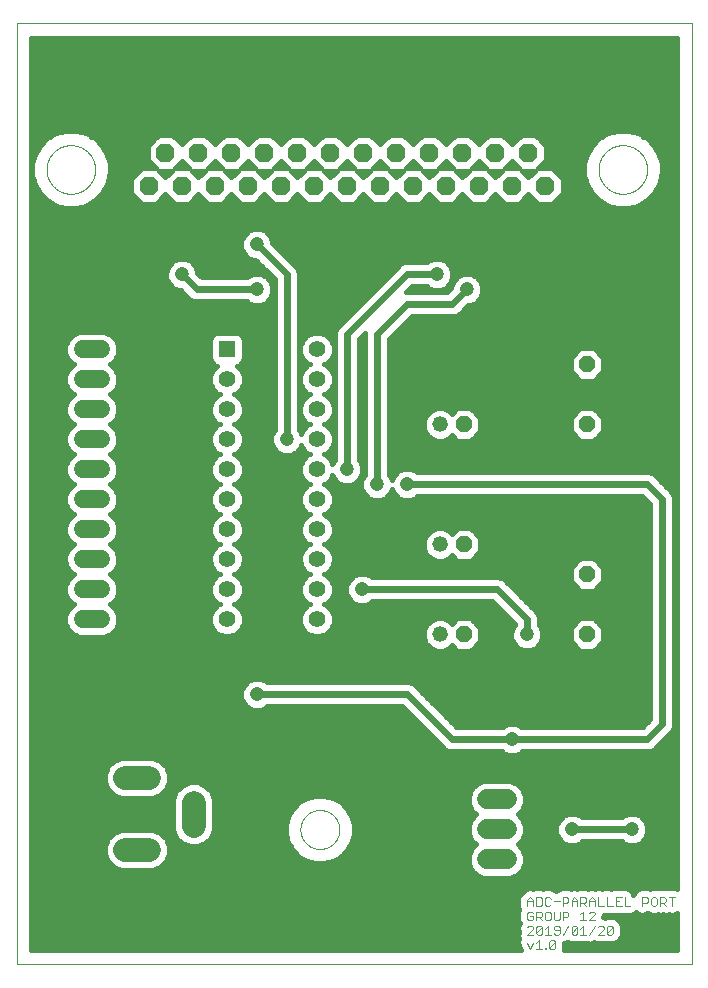
<source format=gtl>
G75*
%MOIN*%
%OFA0B0*%
%FSLAX25Y25*%
%IPPOS*%
%LPD*%
%AMOC8*
5,1,8,0,0,1.08239X$1,22.5*
%
%ADD10C,0.00000*%
%ADD11C,0.00300*%
%ADD12OC8,0.05200*%
%ADD13C,0.05200*%
%ADD14C,0.06600*%
%ADD15OC8,0.06200*%
%ADD16C,0.07874*%
%ADD17R,0.05500X0.05500*%
%ADD18C,0.05500*%
%ADD19C,0.06000*%
%ADD20C,0.04750*%
%ADD21C,0.02400*%
%ADD22C,0.01600*%
D10*
X0001800Y0001800D02*
X0001800Y0315501D01*
X0226721Y0315501D01*
X0226721Y0001800D01*
X0001800Y0001800D01*
X0096300Y0046800D02*
X0096302Y0046961D01*
X0096308Y0047121D01*
X0096318Y0047282D01*
X0096332Y0047442D01*
X0096350Y0047602D01*
X0096371Y0047761D01*
X0096397Y0047920D01*
X0096427Y0048078D01*
X0096460Y0048235D01*
X0096498Y0048392D01*
X0096539Y0048547D01*
X0096584Y0048701D01*
X0096633Y0048854D01*
X0096686Y0049006D01*
X0096742Y0049157D01*
X0096803Y0049306D01*
X0096866Y0049454D01*
X0096934Y0049600D01*
X0097005Y0049744D01*
X0097079Y0049886D01*
X0097157Y0050027D01*
X0097239Y0050165D01*
X0097324Y0050302D01*
X0097412Y0050436D01*
X0097504Y0050568D01*
X0097599Y0050698D01*
X0097697Y0050826D01*
X0097798Y0050951D01*
X0097902Y0051073D01*
X0098009Y0051193D01*
X0098119Y0051310D01*
X0098232Y0051425D01*
X0098348Y0051536D01*
X0098467Y0051645D01*
X0098588Y0051750D01*
X0098712Y0051853D01*
X0098838Y0051953D01*
X0098966Y0052049D01*
X0099097Y0052142D01*
X0099231Y0052232D01*
X0099366Y0052319D01*
X0099504Y0052402D01*
X0099643Y0052482D01*
X0099785Y0052558D01*
X0099928Y0052631D01*
X0100073Y0052700D01*
X0100220Y0052766D01*
X0100368Y0052828D01*
X0100518Y0052886D01*
X0100669Y0052941D01*
X0100822Y0052992D01*
X0100976Y0053039D01*
X0101131Y0053082D01*
X0101287Y0053121D01*
X0101443Y0053157D01*
X0101601Y0053188D01*
X0101759Y0053216D01*
X0101918Y0053240D01*
X0102078Y0053260D01*
X0102238Y0053276D01*
X0102398Y0053288D01*
X0102559Y0053296D01*
X0102720Y0053300D01*
X0102880Y0053300D01*
X0103041Y0053296D01*
X0103202Y0053288D01*
X0103362Y0053276D01*
X0103522Y0053260D01*
X0103682Y0053240D01*
X0103841Y0053216D01*
X0103999Y0053188D01*
X0104157Y0053157D01*
X0104313Y0053121D01*
X0104469Y0053082D01*
X0104624Y0053039D01*
X0104778Y0052992D01*
X0104931Y0052941D01*
X0105082Y0052886D01*
X0105232Y0052828D01*
X0105380Y0052766D01*
X0105527Y0052700D01*
X0105672Y0052631D01*
X0105815Y0052558D01*
X0105957Y0052482D01*
X0106096Y0052402D01*
X0106234Y0052319D01*
X0106369Y0052232D01*
X0106503Y0052142D01*
X0106634Y0052049D01*
X0106762Y0051953D01*
X0106888Y0051853D01*
X0107012Y0051750D01*
X0107133Y0051645D01*
X0107252Y0051536D01*
X0107368Y0051425D01*
X0107481Y0051310D01*
X0107591Y0051193D01*
X0107698Y0051073D01*
X0107802Y0050951D01*
X0107903Y0050826D01*
X0108001Y0050698D01*
X0108096Y0050568D01*
X0108188Y0050436D01*
X0108276Y0050302D01*
X0108361Y0050165D01*
X0108443Y0050027D01*
X0108521Y0049886D01*
X0108595Y0049744D01*
X0108666Y0049600D01*
X0108734Y0049454D01*
X0108797Y0049306D01*
X0108858Y0049157D01*
X0108914Y0049006D01*
X0108967Y0048854D01*
X0109016Y0048701D01*
X0109061Y0048547D01*
X0109102Y0048392D01*
X0109140Y0048235D01*
X0109173Y0048078D01*
X0109203Y0047920D01*
X0109229Y0047761D01*
X0109250Y0047602D01*
X0109268Y0047442D01*
X0109282Y0047282D01*
X0109292Y0047121D01*
X0109298Y0046961D01*
X0109300Y0046800D01*
X0109298Y0046639D01*
X0109292Y0046479D01*
X0109282Y0046318D01*
X0109268Y0046158D01*
X0109250Y0045998D01*
X0109229Y0045839D01*
X0109203Y0045680D01*
X0109173Y0045522D01*
X0109140Y0045365D01*
X0109102Y0045208D01*
X0109061Y0045053D01*
X0109016Y0044899D01*
X0108967Y0044746D01*
X0108914Y0044594D01*
X0108858Y0044443D01*
X0108797Y0044294D01*
X0108734Y0044146D01*
X0108666Y0044000D01*
X0108595Y0043856D01*
X0108521Y0043714D01*
X0108443Y0043573D01*
X0108361Y0043435D01*
X0108276Y0043298D01*
X0108188Y0043164D01*
X0108096Y0043032D01*
X0108001Y0042902D01*
X0107903Y0042774D01*
X0107802Y0042649D01*
X0107698Y0042527D01*
X0107591Y0042407D01*
X0107481Y0042290D01*
X0107368Y0042175D01*
X0107252Y0042064D01*
X0107133Y0041955D01*
X0107012Y0041850D01*
X0106888Y0041747D01*
X0106762Y0041647D01*
X0106634Y0041551D01*
X0106503Y0041458D01*
X0106369Y0041368D01*
X0106234Y0041281D01*
X0106096Y0041198D01*
X0105957Y0041118D01*
X0105815Y0041042D01*
X0105672Y0040969D01*
X0105527Y0040900D01*
X0105380Y0040834D01*
X0105232Y0040772D01*
X0105082Y0040714D01*
X0104931Y0040659D01*
X0104778Y0040608D01*
X0104624Y0040561D01*
X0104469Y0040518D01*
X0104313Y0040479D01*
X0104157Y0040443D01*
X0103999Y0040412D01*
X0103841Y0040384D01*
X0103682Y0040360D01*
X0103522Y0040340D01*
X0103362Y0040324D01*
X0103202Y0040312D01*
X0103041Y0040304D01*
X0102880Y0040300D01*
X0102720Y0040300D01*
X0102559Y0040304D01*
X0102398Y0040312D01*
X0102238Y0040324D01*
X0102078Y0040340D01*
X0101918Y0040360D01*
X0101759Y0040384D01*
X0101601Y0040412D01*
X0101443Y0040443D01*
X0101287Y0040479D01*
X0101131Y0040518D01*
X0100976Y0040561D01*
X0100822Y0040608D01*
X0100669Y0040659D01*
X0100518Y0040714D01*
X0100368Y0040772D01*
X0100220Y0040834D01*
X0100073Y0040900D01*
X0099928Y0040969D01*
X0099785Y0041042D01*
X0099643Y0041118D01*
X0099504Y0041198D01*
X0099366Y0041281D01*
X0099231Y0041368D01*
X0099097Y0041458D01*
X0098966Y0041551D01*
X0098838Y0041647D01*
X0098712Y0041747D01*
X0098588Y0041850D01*
X0098467Y0041955D01*
X0098348Y0042064D01*
X0098232Y0042175D01*
X0098119Y0042290D01*
X0098009Y0042407D01*
X0097902Y0042527D01*
X0097798Y0042649D01*
X0097697Y0042774D01*
X0097599Y0042902D01*
X0097504Y0043032D01*
X0097412Y0043164D01*
X0097324Y0043298D01*
X0097239Y0043435D01*
X0097157Y0043573D01*
X0097079Y0043714D01*
X0097005Y0043856D01*
X0096934Y0044000D01*
X0096866Y0044146D01*
X0096803Y0044294D01*
X0096742Y0044443D01*
X0096686Y0044594D01*
X0096633Y0044746D01*
X0096584Y0044899D01*
X0096539Y0045053D01*
X0096498Y0045208D01*
X0096460Y0045365D01*
X0096427Y0045522D01*
X0096397Y0045680D01*
X0096371Y0045839D01*
X0096350Y0045998D01*
X0096332Y0046158D01*
X0096318Y0046318D01*
X0096308Y0046479D01*
X0096302Y0046639D01*
X0096300Y0046800D01*
X0011700Y0266800D02*
X0011702Y0266999D01*
X0011710Y0267197D01*
X0011722Y0267396D01*
X0011739Y0267594D01*
X0011761Y0267792D01*
X0011788Y0267989D01*
X0011819Y0268185D01*
X0011856Y0268380D01*
X0011897Y0268575D01*
X0011943Y0268768D01*
X0011993Y0268960D01*
X0012049Y0269151D01*
X0012109Y0269341D01*
X0012173Y0269529D01*
X0012243Y0269715D01*
X0012317Y0269900D01*
X0012395Y0270082D01*
X0012478Y0270263D01*
X0012565Y0270442D01*
X0012656Y0270618D01*
X0012752Y0270792D01*
X0012852Y0270964D01*
X0012957Y0271133D01*
X0013065Y0271300D01*
X0013178Y0271464D01*
X0013294Y0271625D01*
X0013414Y0271783D01*
X0013539Y0271939D01*
X0013667Y0272091D01*
X0013798Y0272240D01*
X0013934Y0272385D01*
X0014072Y0272528D01*
X0014215Y0272666D01*
X0014360Y0272802D01*
X0014509Y0272933D01*
X0014661Y0273061D01*
X0014817Y0273186D01*
X0014975Y0273306D01*
X0015136Y0273422D01*
X0015300Y0273535D01*
X0015467Y0273643D01*
X0015636Y0273748D01*
X0015808Y0273848D01*
X0015982Y0273944D01*
X0016158Y0274035D01*
X0016337Y0274122D01*
X0016518Y0274205D01*
X0016700Y0274283D01*
X0016885Y0274357D01*
X0017071Y0274427D01*
X0017259Y0274491D01*
X0017449Y0274551D01*
X0017640Y0274607D01*
X0017832Y0274657D01*
X0018025Y0274703D01*
X0018220Y0274744D01*
X0018415Y0274781D01*
X0018611Y0274812D01*
X0018808Y0274839D01*
X0019006Y0274861D01*
X0019204Y0274878D01*
X0019403Y0274890D01*
X0019601Y0274898D01*
X0019800Y0274900D01*
X0019999Y0274898D01*
X0020197Y0274890D01*
X0020396Y0274878D01*
X0020594Y0274861D01*
X0020792Y0274839D01*
X0020989Y0274812D01*
X0021185Y0274781D01*
X0021380Y0274744D01*
X0021575Y0274703D01*
X0021768Y0274657D01*
X0021960Y0274607D01*
X0022151Y0274551D01*
X0022341Y0274491D01*
X0022529Y0274427D01*
X0022715Y0274357D01*
X0022900Y0274283D01*
X0023082Y0274205D01*
X0023263Y0274122D01*
X0023442Y0274035D01*
X0023618Y0273944D01*
X0023792Y0273848D01*
X0023964Y0273748D01*
X0024133Y0273643D01*
X0024300Y0273535D01*
X0024464Y0273422D01*
X0024625Y0273306D01*
X0024783Y0273186D01*
X0024939Y0273061D01*
X0025091Y0272933D01*
X0025240Y0272802D01*
X0025385Y0272666D01*
X0025528Y0272528D01*
X0025666Y0272385D01*
X0025802Y0272240D01*
X0025933Y0272091D01*
X0026061Y0271939D01*
X0026186Y0271783D01*
X0026306Y0271625D01*
X0026422Y0271464D01*
X0026535Y0271300D01*
X0026643Y0271133D01*
X0026748Y0270964D01*
X0026848Y0270792D01*
X0026944Y0270618D01*
X0027035Y0270442D01*
X0027122Y0270263D01*
X0027205Y0270082D01*
X0027283Y0269900D01*
X0027357Y0269715D01*
X0027427Y0269529D01*
X0027491Y0269341D01*
X0027551Y0269151D01*
X0027607Y0268960D01*
X0027657Y0268768D01*
X0027703Y0268575D01*
X0027744Y0268380D01*
X0027781Y0268185D01*
X0027812Y0267989D01*
X0027839Y0267792D01*
X0027861Y0267594D01*
X0027878Y0267396D01*
X0027890Y0267197D01*
X0027898Y0266999D01*
X0027900Y0266800D01*
X0027898Y0266601D01*
X0027890Y0266403D01*
X0027878Y0266204D01*
X0027861Y0266006D01*
X0027839Y0265808D01*
X0027812Y0265611D01*
X0027781Y0265415D01*
X0027744Y0265220D01*
X0027703Y0265025D01*
X0027657Y0264832D01*
X0027607Y0264640D01*
X0027551Y0264449D01*
X0027491Y0264259D01*
X0027427Y0264071D01*
X0027357Y0263885D01*
X0027283Y0263700D01*
X0027205Y0263518D01*
X0027122Y0263337D01*
X0027035Y0263158D01*
X0026944Y0262982D01*
X0026848Y0262808D01*
X0026748Y0262636D01*
X0026643Y0262467D01*
X0026535Y0262300D01*
X0026422Y0262136D01*
X0026306Y0261975D01*
X0026186Y0261817D01*
X0026061Y0261661D01*
X0025933Y0261509D01*
X0025802Y0261360D01*
X0025666Y0261215D01*
X0025528Y0261072D01*
X0025385Y0260934D01*
X0025240Y0260798D01*
X0025091Y0260667D01*
X0024939Y0260539D01*
X0024783Y0260414D01*
X0024625Y0260294D01*
X0024464Y0260178D01*
X0024300Y0260065D01*
X0024133Y0259957D01*
X0023964Y0259852D01*
X0023792Y0259752D01*
X0023618Y0259656D01*
X0023442Y0259565D01*
X0023263Y0259478D01*
X0023082Y0259395D01*
X0022900Y0259317D01*
X0022715Y0259243D01*
X0022529Y0259173D01*
X0022341Y0259109D01*
X0022151Y0259049D01*
X0021960Y0258993D01*
X0021768Y0258943D01*
X0021575Y0258897D01*
X0021380Y0258856D01*
X0021185Y0258819D01*
X0020989Y0258788D01*
X0020792Y0258761D01*
X0020594Y0258739D01*
X0020396Y0258722D01*
X0020197Y0258710D01*
X0019999Y0258702D01*
X0019800Y0258700D01*
X0019601Y0258702D01*
X0019403Y0258710D01*
X0019204Y0258722D01*
X0019006Y0258739D01*
X0018808Y0258761D01*
X0018611Y0258788D01*
X0018415Y0258819D01*
X0018220Y0258856D01*
X0018025Y0258897D01*
X0017832Y0258943D01*
X0017640Y0258993D01*
X0017449Y0259049D01*
X0017259Y0259109D01*
X0017071Y0259173D01*
X0016885Y0259243D01*
X0016700Y0259317D01*
X0016518Y0259395D01*
X0016337Y0259478D01*
X0016158Y0259565D01*
X0015982Y0259656D01*
X0015808Y0259752D01*
X0015636Y0259852D01*
X0015467Y0259957D01*
X0015300Y0260065D01*
X0015136Y0260178D01*
X0014975Y0260294D01*
X0014817Y0260414D01*
X0014661Y0260539D01*
X0014509Y0260667D01*
X0014360Y0260798D01*
X0014215Y0260934D01*
X0014072Y0261072D01*
X0013934Y0261215D01*
X0013798Y0261360D01*
X0013667Y0261509D01*
X0013539Y0261661D01*
X0013414Y0261817D01*
X0013294Y0261975D01*
X0013178Y0262136D01*
X0013065Y0262300D01*
X0012957Y0262467D01*
X0012852Y0262636D01*
X0012752Y0262808D01*
X0012656Y0262982D01*
X0012565Y0263158D01*
X0012478Y0263337D01*
X0012395Y0263518D01*
X0012317Y0263700D01*
X0012243Y0263885D01*
X0012173Y0264071D01*
X0012109Y0264259D01*
X0012049Y0264449D01*
X0011993Y0264640D01*
X0011943Y0264832D01*
X0011897Y0265025D01*
X0011856Y0265220D01*
X0011819Y0265415D01*
X0011788Y0265611D01*
X0011761Y0265808D01*
X0011739Y0266006D01*
X0011722Y0266204D01*
X0011710Y0266403D01*
X0011702Y0266601D01*
X0011700Y0266800D01*
X0195700Y0266800D02*
X0195702Y0266999D01*
X0195710Y0267197D01*
X0195722Y0267396D01*
X0195739Y0267594D01*
X0195761Y0267792D01*
X0195788Y0267989D01*
X0195819Y0268185D01*
X0195856Y0268380D01*
X0195897Y0268575D01*
X0195943Y0268768D01*
X0195993Y0268960D01*
X0196049Y0269151D01*
X0196109Y0269341D01*
X0196173Y0269529D01*
X0196243Y0269715D01*
X0196317Y0269900D01*
X0196395Y0270082D01*
X0196478Y0270263D01*
X0196565Y0270442D01*
X0196656Y0270618D01*
X0196752Y0270792D01*
X0196852Y0270964D01*
X0196957Y0271133D01*
X0197065Y0271300D01*
X0197178Y0271464D01*
X0197294Y0271625D01*
X0197414Y0271783D01*
X0197539Y0271939D01*
X0197667Y0272091D01*
X0197798Y0272240D01*
X0197934Y0272385D01*
X0198072Y0272528D01*
X0198215Y0272666D01*
X0198360Y0272802D01*
X0198509Y0272933D01*
X0198661Y0273061D01*
X0198817Y0273186D01*
X0198975Y0273306D01*
X0199136Y0273422D01*
X0199300Y0273535D01*
X0199467Y0273643D01*
X0199636Y0273748D01*
X0199808Y0273848D01*
X0199982Y0273944D01*
X0200158Y0274035D01*
X0200337Y0274122D01*
X0200518Y0274205D01*
X0200700Y0274283D01*
X0200885Y0274357D01*
X0201071Y0274427D01*
X0201259Y0274491D01*
X0201449Y0274551D01*
X0201640Y0274607D01*
X0201832Y0274657D01*
X0202025Y0274703D01*
X0202220Y0274744D01*
X0202415Y0274781D01*
X0202611Y0274812D01*
X0202808Y0274839D01*
X0203006Y0274861D01*
X0203204Y0274878D01*
X0203403Y0274890D01*
X0203601Y0274898D01*
X0203800Y0274900D01*
X0203999Y0274898D01*
X0204197Y0274890D01*
X0204396Y0274878D01*
X0204594Y0274861D01*
X0204792Y0274839D01*
X0204989Y0274812D01*
X0205185Y0274781D01*
X0205380Y0274744D01*
X0205575Y0274703D01*
X0205768Y0274657D01*
X0205960Y0274607D01*
X0206151Y0274551D01*
X0206341Y0274491D01*
X0206529Y0274427D01*
X0206715Y0274357D01*
X0206900Y0274283D01*
X0207082Y0274205D01*
X0207263Y0274122D01*
X0207442Y0274035D01*
X0207618Y0273944D01*
X0207792Y0273848D01*
X0207964Y0273748D01*
X0208133Y0273643D01*
X0208300Y0273535D01*
X0208464Y0273422D01*
X0208625Y0273306D01*
X0208783Y0273186D01*
X0208939Y0273061D01*
X0209091Y0272933D01*
X0209240Y0272802D01*
X0209385Y0272666D01*
X0209528Y0272528D01*
X0209666Y0272385D01*
X0209802Y0272240D01*
X0209933Y0272091D01*
X0210061Y0271939D01*
X0210186Y0271783D01*
X0210306Y0271625D01*
X0210422Y0271464D01*
X0210535Y0271300D01*
X0210643Y0271133D01*
X0210748Y0270964D01*
X0210848Y0270792D01*
X0210944Y0270618D01*
X0211035Y0270442D01*
X0211122Y0270263D01*
X0211205Y0270082D01*
X0211283Y0269900D01*
X0211357Y0269715D01*
X0211427Y0269529D01*
X0211491Y0269341D01*
X0211551Y0269151D01*
X0211607Y0268960D01*
X0211657Y0268768D01*
X0211703Y0268575D01*
X0211744Y0268380D01*
X0211781Y0268185D01*
X0211812Y0267989D01*
X0211839Y0267792D01*
X0211861Y0267594D01*
X0211878Y0267396D01*
X0211890Y0267197D01*
X0211898Y0266999D01*
X0211900Y0266800D01*
X0211898Y0266601D01*
X0211890Y0266403D01*
X0211878Y0266204D01*
X0211861Y0266006D01*
X0211839Y0265808D01*
X0211812Y0265611D01*
X0211781Y0265415D01*
X0211744Y0265220D01*
X0211703Y0265025D01*
X0211657Y0264832D01*
X0211607Y0264640D01*
X0211551Y0264449D01*
X0211491Y0264259D01*
X0211427Y0264071D01*
X0211357Y0263885D01*
X0211283Y0263700D01*
X0211205Y0263518D01*
X0211122Y0263337D01*
X0211035Y0263158D01*
X0210944Y0262982D01*
X0210848Y0262808D01*
X0210748Y0262636D01*
X0210643Y0262467D01*
X0210535Y0262300D01*
X0210422Y0262136D01*
X0210306Y0261975D01*
X0210186Y0261817D01*
X0210061Y0261661D01*
X0209933Y0261509D01*
X0209802Y0261360D01*
X0209666Y0261215D01*
X0209528Y0261072D01*
X0209385Y0260934D01*
X0209240Y0260798D01*
X0209091Y0260667D01*
X0208939Y0260539D01*
X0208783Y0260414D01*
X0208625Y0260294D01*
X0208464Y0260178D01*
X0208300Y0260065D01*
X0208133Y0259957D01*
X0207964Y0259852D01*
X0207792Y0259752D01*
X0207618Y0259656D01*
X0207442Y0259565D01*
X0207263Y0259478D01*
X0207082Y0259395D01*
X0206900Y0259317D01*
X0206715Y0259243D01*
X0206529Y0259173D01*
X0206341Y0259109D01*
X0206151Y0259049D01*
X0205960Y0258993D01*
X0205768Y0258943D01*
X0205575Y0258897D01*
X0205380Y0258856D01*
X0205185Y0258819D01*
X0204989Y0258788D01*
X0204792Y0258761D01*
X0204594Y0258739D01*
X0204396Y0258722D01*
X0204197Y0258710D01*
X0203999Y0258702D01*
X0203800Y0258700D01*
X0203601Y0258702D01*
X0203403Y0258710D01*
X0203204Y0258722D01*
X0203006Y0258739D01*
X0202808Y0258761D01*
X0202611Y0258788D01*
X0202415Y0258819D01*
X0202220Y0258856D01*
X0202025Y0258897D01*
X0201832Y0258943D01*
X0201640Y0258993D01*
X0201449Y0259049D01*
X0201259Y0259109D01*
X0201071Y0259173D01*
X0200885Y0259243D01*
X0200700Y0259317D01*
X0200518Y0259395D01*
X0200337Y0259478D01*
X0200158Y0259565D01*
X0199982Y0259656D01*
X0199808Y0259752D01*
X0199636Y0259852D01*
X0199467Y0259957D01*
X0199300Y0260065D01*
X0199136Y0260178D01*
X0198975Y0260294D01*
X0198817Y0260414D01*
X0198661Y0260539D01*
X0198509Y0260667D01*
X0198360Y0260798D01*
X0198215Y0260934D01*
X0198072Y0261072D01*
X0197934Y0261215D01*
X0197798Y0261360D01*
X0197667Y0261509D01*
X0197539Y0261661D01*
X0197414Y0261817D01*
X0197294Y0261975D01*
X0197178Y0262136D01*
X0197065Y0262300D01*
X0196957Y0262467D01*
X0196852Y0262636D01*
X0196752Y0262808D01*
X0196656Y0262982D01*
X0196565Y0263158D01*
X0196478Y0263337D01*
X0196395Y0263518D01*
X0196317Y0263700D01*
X0196243Y0263885D01*
X0196173Y0264071D01*
X0196109Y0264259D01*
X0196049Y0264449D01*
X0195993Y0264640D01*
X0195943Y0264832D01*
X0195897Y0265025D01*
X0195856Y0265220D01*
X0195819Y0265415D01*
X0195788Y0265611D01*
X0195761Y0265808D01*
X0195739Y0266006D01*
X0195722Y0266204D01*
X0195710Y0266403D01*
X0195702Y0266601D01*
X0195700Y0266800D01*
D11*
X0195522Y0024252D02*
X0195522Y0021350D01*
X0197457Y0021350D01*
X0198469Y0021350D02*
X0200404Y0021350D01*
X0201415Y0021350D02*
X0201415Y0024252D01*
X0203350Y0024252D01*
X0204362Y0024252D02*
X0204362Y0021350D01*
X0206297Y0021350D01*
X0210255Y0021350D02*
X0210255Y0024252D01*
X0211706Y0024252D01*
X0212190Y0023769D01*
X0212190Y0022801D01*
X0211706Y0022317D01*
X0210255Y0022317D01*
X0213201Y0021834D02*
X0213685Y0021350D01*
X0214652Y0021350D01*
X0215136Y0021834D01*
X0215136Y0023769D01*
X0214652Y0024252D01*
X0213685Y0024252D01*
X0213201Y0023769D01*
X0213201Y0021834D01*
X0216148Y0022317D02*
X0217599Y0022317D01*
X0218083Y0022801D01*
X0218083Y0023769D01*
X0217599Y0024252D01*
X0216148Y0024252D01*
X0216148Y0021350D01*
X0217115Y0022317D02*
X0218083Y0021350D01*
X0220062Y0021350D02*
X0220062Y0024252D01*
X0221029Y0024252D02*
X0219094Y0024252D01*
X0203350Y0021350D02*
X0201415Y0021350D01*
X0201415Y0022801D02*
X0202383Y0022801D01*
X0198469Y0024252D02*
X0198469Y0021350D01*
X0194511Y0021350D02*
X0194511Y0023285D01*
X0193543Y0024252D01*
X0192576Y0023285D01*
X0192576Y0021350D01*
X0191564Y0021350D02*
X0190597Y0022317D01*
X0191080Y0022317D02*
X0189629Y0022317D01*
X0189629Y0021350D02*
X0189629Y0024252D01*
X0191080Y0024252D01*
X0191564Y0023769D01*
X0191564Y0022801D01*
X0191080Y0022317D01*
X0192576Y0022801D02*
X0194511Y0022801D01*
X0194027Y0019452D02*
X0193059Y0019452D01*
X0192576Y0018969D01*
X0194027Y0019452D02*
X0194511Y0018969D01*
X0194511Y0018485D01*
X0192576Y0016550D01*
X0194511Y0016550D01*
X0194511Y0014652D02*
X0192576Y0011750D01*
X0191564Y0011750D02*
X0189629Y0011750D01*
X0190597Y0011750D02*
X0190597Y0014652D01*
X0189629Y0013685D01*
X0188618Y0014169D02*
X0186683Y0012234D01*
X0187166Y0011750D01*
X0188134Y0011750D01*
X0188618Y0012234D01*
X0188618Y0014169D01*
X0188134Y0014652D01*
X0187166Y0014652D01*
X0186683Y0014169D01*
X0186683Y0012234D01*
X0185671Y0014652D02*
X0183736Y0011750D01*
X0182725Y0012234D02*
X0182725Y0014169D01*
X0182241Y0014652D01*
X0181273Y0014652D01*
X0180790Y0014169D01*
X0180790Y0013685D01*
X0181273Y0013201D01*
X0182725Y0013201D01*
X0182725Y0012234D02*
X0182241Y0011750D01*
X0181273Y0011750D01*
X0180790Y0012234D01*
X0179778Y0011750D02*
X0177843Y0011750D01*
X0178811Y0011750D02*
X0178811Y0014652D01*
X0177843Y0013685D01*
X0176831Y0014169D02*
X0174897Y0012234D01*
X0175380Y0011750D01*
X0176348Y0011750D01*
X0176831Y0012234D01*
X0176831Y0014169D01*
X0176348Y0014652D01*
X0175380Y0014652D01*
X0174897Y0014169D01*
X0174897Y0012234D01*
X0173885Y0011750D02*
X0171950Y0011750D01*
X0173885Y0013685D01*
X0173885Y0014169D01*
X0173401Y0014652D01*
X0172434Y0014652D01*
X0171950Y0014169D01*
X0172434Y0016550D02*
X0173401Y0016550D01*
X0173885Y0017034D01*
X0173885Y0018001D01*
X0172917Y0018001D01*
X0171950Y0017034D02*
X0172434Y0016550D01*
X0171950Y0017034D02*
X0171950Y0018969D01*
X0172434Y0019452D01*
X0173401Y0019452D01*
X0173885Y0018969D01*
X0174897Y0019452D02*
X0174897Y0016550D01*
X0174897Y0017517D02*
X0176348Y0017517D01*
X0176831Y0018001D01*
X0176831Y0018969D01*
X0176348Y0019452D01*
X0174897Y0019452D01*
X0174897Y0021350D02*
X0176348Y0021350D01*
X0176831Y0021834D01*
X0176831Y0023769D01*
X0176348Y0024252D01*
X0174897Y0024252D01*
X0174897Y0021350D01*
X0173885Y0021350D02*
X0173885Y0023285D01*
X0172917Y0024252D01*
X0171950Y0023285D01*
X0171950Y0021350D01*
X0171950Y0022801D02*
X0173885Y0022801D01*
X0177843Y0021834D02*
X0178327Y0021350D01*
X0179294Y0021350D01*
X0179778Y0021834D01*
X0180790Y0022801D02*
X0182725Y0022801D01*
X0183736Y0022317D02*
X0185187Y0022317D01*
X0185671Y0022801D01*
X0185671Y0023769D01*
X0185187Y0024252D01*
X0183736Y0024252D01*
X0183736Y0021350D01*
X0183736Y0019452D02*
X0185187Y0019452D01*
X0185671Y0018969D01*
X0185671Y0018001D01*
X0185187Y0017517D01*
X0183736Y0017517D01*
X0183736Y0016550D02*
X0183736Y0019452D01*
X0182725Y0019452D02*
X0182725Y0017034D01*
X0182241Y0016550D01*
X0181273Y0016550D01*
X0180790Y0017034D01*
X0180790Y0019452D01*
X0179778Y0018969D02*
X0179294Y0019452D01*
X0178327Y0019452D01*
X0177843Y0018969D01*
X0177843Y0017034D01*
X0178327Y0016550D01*
X0179294Y0016550D01*
X0179778Y0017034D01*
X0179778Y0018969D01*
X0177843Y0021834D02*
X0177843Y0023769D01*
X0178327Y0024252D01*
X0179294Y0024252D01*
X0179778Y0023769D01*
X0175864Y0017517D02*
X0176831Y0016550D01*
X0175864Y0009852D02*
X0175864Y0006950D01*
X0174897Y0006950D02*
X0176831Y0006950D01*
X0177843Y0006950D02*
X0178327Y0006950D01*
X0178327Y0007434D01*
X0177843Y0007434D01*
X0177843Y0006950D01*
X0179316Y0007434D02*
X0181251Y0009369D01*
X0181251Y0007434D01*
X0180768Y0006950D01*
X0179800Y0006950D01*
X0179316Y0007434D01*
X0179316Y0009369D01*
X0179800Y0009852D01*
X0180768Y0009852D01*
X0181251Y0009369D01*
X0175864Y0009852D02*
X0174897Y0008885D01*
X0173885Y0008885D02*
X0172917Y0006950D01*
X0171950Y0008885D01*
X0186683Y0021350D02*
X0186683Y0023285D01*
X0187650Y0024252D01*
X0188618Y0023285D01*
X0188618Y0021350D01*
X0188618Y0022801D02*
X0186683Y0022801D01*
X0190597Y0019452D02*
X0189629Y0018485D01*
X0190597Y0019452D02*
X0190597Y0016550D01*
X0191564Y0016550D02*
X0189629Y0016550D01*
X0195522Y0014169D02*
X0196006Y0014652D01*
X0196973Y0014652D01*
X0197457Y0014169D01*
X0197457Y0013685D01*
X0195522Y0011750D01*
X0197457Y0011750D01*
X0198469Y0012234D02*
X0200404Y0014169D01*
X0200404Y0012234D01*
X0199920Y0011750D01*
X0198952Y0011750D01*
X0198469Y0012234D01*
X0198469Y0014169D01*
X0198952Y0014652D01*
X0199920Y0014652D01*
X0200404Y0014169D01*
D12*
X0191800Y0111800D03*
X0191800Y0131800D03*
X0191800Y0181800D03*
X0191800Y0201800D03*
X0150800Y0181800D03*
X0150800Y0141800D03*
X0150800Y0111800D03*
D13*
X0142800Y0111800D03*
X0142800Y0141800D03*
X0142800Y0181800D03*
D14*
X0158500Y0056800D02*
X0165100Y0056800D01*
X0165100Y0046800D02*
X0158500Y0046800D01*
X0158500Y0036800D02*
X0165100Y0036800D01*
D15*
X0166800Y0261300D03*
X0161300Y0272300D03*
X0155800Y0261300D03*
X0150300Y0272300D03*
X0144800Y0261300D03*
X0139300Y0272300D03*
X0133800Y0261300D03*
X0128300Y0272300D03*
X0122800Y0261300D03*
X0117300Y0272300D03*
X0111800Y0261300D03*
X0106300Y0272300D03*
X0100800Y0261300D03*
X0095300Y0272300D03*
X0089800Y0261300D03*
X0084300Y0272300D03*
X0078800Y0261300D03*
X0073300Y0272300D03*
X0067800Y0261300D03*
X0062300Y0272300D03*
X0056800Y0261300D03*
X0051300Y0272300D03*
X0045800Y0261300D03*
X0172300Y0272300D03*
X0177800Y0261300D03*
D16*
X0045737Y0064005D02*
X0037863Y0064005D01*
X0037863Y0039989D02*
X0045737Y0039989D01*
X0060698Y0047863D02*
X0060698Y0055737D01*
D17*
X0071800Y0206800D03*
D18*
X0071800Y0196800D03*
X0071800Y0186800D03*
X0071800Y0176800D03*
X0071800Y0166800D03*
X0071800Y0156800D03*
X0071800Y0146800D03*
X0071800Y0136800D03*
X0071800Y0126800D03*
X0071800Y0116800D03*
X0101800Y0116800D03*
X0101800Y0126800D03*
X0101800Y0136800D03*
X0101800Y0146800D03*
X0101800Y0156800D03*
X0101800Y0166800D03*
X0101800Y0176800D03*
X0101800Y0186800D03*
X0101800Y0196800D03*
X0101800Y0206800D03*
D19*
X0029800Y0206800D02*
X0023800Y0206800D01*
X0023800Y0196800D02*
X0029800Y0196800D01*
X0029800Y0186800D02*
X0023800Y0186800D01*
X0023800Y0176800D02*
X0029800Y0176800D01*
X0029800Y0166800D02*
X0023800Y0166800D01*
X0023800Y0156800D02*
X0029800Y0156800D01*
X0029800Y0146800D02*
X0023800Y0146800D01*
X0023800Y0136800D02*
X0029800Y0136800D01*
X0029800Y0126800D02*
X0023800Y0126800D01*
X0023800Y0116800D02*
X0029800Y0116800D01*
D20*
X0081800Y0091800D03*
X0116800Y0126800D03*
X0121800Y0161800D03*
X0131800Y0161800D03*
X0111800Y0166800D03*
X0091800Y0176800D03*
X0081800Y0226800D03*
X0081800Y0241800D03*
X0056800Y0231800D03*
X0141800Y0231800D03*
X0151800Y0226800D03*
X0171800Y0111800D03*
X0166800Y0076800D03*
X0186800Y0046800D03*
X0206800Y0046800D03*
D21*
X0186800Y0046800D01*
X0166800Y0076800D02*
X0211800Y0076800D01*
X0216800Y0081800D01*
X0216800Y0156800D01*
X0211800Y0161800D01*
X0131800Y0161800D01*
X0121800Y0161800D02*
X0121800Y0211800D01*
X0131800Y0221800D01*
X0146800Y0221800D01*
X0151800Y0226800D01*
X0141800Y0231800D02*
X0131800Y0231800D01*
X0111800Y0211800D01*
X0111800Y0166800D01*
X0091800Y0176800D02*
X0091800Y0231800D01*
X0081800Y0241800D01*
X0081800Y0226800D02*
X0061800Y0226800D01*
X0056800Y0231800D01*
X0116800Y0126800D02*
X0161800Y0126800D01*
X0171800Y0116800D01*
X0171800Y0111800D01*
X0166800Y0076800D02*
X0146800Y0076800D01*
X0131800Y0091800D01*
X0081800Y0091800D01*
D22*
X0078180Y0095499D02*
X0006600Y0095499D01*
X0006600Y0097097D02*
X0212800Y0097097D01*
X0212800Y0095499D02*
X0133323Y0095499D01*
X0132596Y0095800D02*
X0134066Y0095191D01*
X0148457Y0080800D01*
X0163482Y0080800D01*
X0163869Y0081187D01*
X0165771Y0081975D01*
X0167829Y0081975D01*
X0169731Y0081187D01*
X0170118Y0080800D01*
X0210143Y0080800D01*
X0212800Y0083457D01*
X0212800Y0155143D01*
X0210143Y0157800D01*
X0135118Y0157800D01*
X0134731Y0157413D01*
X0132829Y0156625D01*
X0130771Y0156625D01*
X0128869Y0157413D01*
X0127413Y0158869D01*
X0126800Y0160349D01*
X0126187Y0158869D01*
X0124731Y0157413D01*
X0122829Y0156625D01*
X0120771Y0156625D01*
X0118869Y0157413D01*
X0117413Y0158869D01*
X0116625Y0160771D01*
X0116625Y0162829D01*
X0117413Y0164731D01*
X0117800Y0165118D01*
X0117800Y0212143D01*
X0115800Y0210143D01*
X0115800Y0170118D01*
X0116187Y0169731D01*
X0116975Y0167829D01*
X0116975Y0165771D01*
X0116187Y0163869D01*
X0114731Y0162413D01*
X0112829Y0161625D01*
X0110771Y0161625D01*
X0108869Y0162413D01*
X0107413Y0163869D01*
X0107003Y0164858D01*
X0106505Y0163656D01*
X0104944Y0162095D01*
X0104232Y0161800D01*
X0104944Y0161505D01*
X0106505Y0159944D01*
X0107350Y0157904D01*
X0107350Y0155696D01*
X0106505Y0153656D01*
X0104944Y0152095D01*
X0104232Y0151800D01*
X0104944Y0151505D01*
X0106505Y0149944D01*
X0107350Y0147904D01*
X0107350Y0145696D01*
X0106505Y0143656D01*
X0104944Y0142095D01*
X0104232Y0141800D01*
X0104944Y0141505D01*
X0106505Y0139944D01*
X0107350Y0137904D01*
X0107350Y0135696D01*
X0106505Y0133656D01*
X0104944Y0132095D01*
X0104232Y0131800D01*
X0104944Y0131505D01*
X0106505Y0129944D01*
X0107350Y0127904D01*
X0107350Y0125696D01*
X0106505Y0123656D01*
X0104944Y0122095D01*
X0104232Y0121800D01*
X0104944Y0121505D01*
X0106505Y0119944D01*
X0107350Y0117904D01*
X0107350Y0115696D01*
X0106505Y0113656D01*
X0104944Y0112095D01*
X0102904Y0111250D01*
X0100696Y0111250D01*
X0098656Y0112095D01*
X0097095Y0113656D01*
X0096250Y0115696D01*
X0096250Y0117904D01*
X0097095Y0119944D01*
X0098656Y0121505D01*
X0099368Y0121800D01*
X0098656Y0122095D01*
X0097095Y0123656D01*
X0096250Y0125696D01*
X0096250Y0127904D01*
X0097095Y0129944D01*
X0098656Y0131505D01*
X0099368Y0131800D01*
X0098656Y0132095D01*
X0097095Y0133656D01*
X0096250Y0135696D01*
X0096250Y0137904D01*
X0097095Y0139944D01*
X0098656Y0141505D01*
X0099368Y0141800D01*
X0098656Y0142095D01*
X0097095Y0143656D01*
X0096250Y0145696D01*
X0096250Y0147904D01*
X0097095Y0149944D01*
X0098656Y0151505D01*
X0099368Y0151800D01*
X0098656Y0152095D01*
X0097095Y0153656D01*
X0096250Y0155696D01*
X0096250Y0157904D01*
X0097095Y0159944D01*
X0098656Y0161505D01*
X0099368Y0161800D01*
X0098656Y0162095D01*
X0097095Y0163656D01*
X0096250Y0165696D01*
X0096250Y0167904D01*
X0097095Y0169944D01*
X0098656Y0171505D01*
X0099368Y0171800D01*
X0098656Y0172095D01*
X0097095Y0173656D01*
X0096597Y0174858D01*
X0096187Y0173869D01*
X0094731Y0172413D01*
X0092829Y0171625D01*
X0090771Y0171625D01*
X0088869Y0172413D01*
X0087413Y0173869D01*
X0086625Y0175771D01*
X0086625Y0177829D01*
X0087413Y0179731D01*
X0087800Y0180118D01*
X0087800Y0230143D01*
X0081318Y0236625D01*
X0080771Y0236625D01*
X0078869Y0237413D01*
X0077413Y0238869D01*
X0076625Y0240771D01*
X0076625Y0242829D01*
X0077413Y0244731D01*
X0078869Y0246187D01*
X0080771Y0246975D01*
X0082829Y0246975D01*
X0084731Y0246187D01*
X0086187Y0244731D01*
X0086975Y0242829D01*
X0086975Y0242282D01*
X0095191Y0234066D01*
X0095800Y0232596D01*
X0095800Y0180118D01*
X0096187Y0179731D01*
X0096597Y0178742D01*
X0097095Y0179944D01*
X0098656Y0181505D01*
X0099368Y0181800D01*
X0098656Y0182095D01*
X0097095Y0183656D01*
X0096250Y0185696D01*
X0096250Y0187904D01*
X0097095Y0189944D01*
X0098656Y0191505D01*
X0099368Y0191800D01*
X0098656Y0192095D01*
X0097095Y0193656D01*
X0096250Y0195696D01*
X0096250Y0197904D01*
X0097095Y0199944D01*
X0098656Y0201505D01*
X0099368Y0201800D01*
X0098656Y0202095D01*
X0097095Y0203656D01*
X0096250Y0205696D01*
X0096250Y0207904D01*
X0097095Y0209944D01*
X0098656Y0211505D01*
X0100696Y0212350D01*
X0102904Y0212350D01*
X0104944Y0211505D01*
X0106505Y0209944D01*
X0107350Y0207904D01*
X0107350Y0205696D01*
X0106505Y0203656D01*
X0104944Y0202095D01*
X0104232Y0201800D01*
X0104944Y0201505D01*
X0106505Y0199944D01*
X0107350Y0197904D01*
X0107350Y0195696D01*
X0106505Y0193656D01*
X0104944Y0192095D01*
X0104232Y0191800D01*
X0104944Y0191505D01*
X0106505Y0189944D01*
X0107350Y0187904D01*
X0107350Y0185696D01*
X0106505Y0183656D01*
X0104944Y0182095D01*
X0104232Y0181800D01*
X0104944Y0181505D01*
X0106505Y0179944D01*
X0107350Y0177904D01*
X0107350Y0175696D01*
X0106505Y0173656D01*
X0104944Y0172095D01*
X0104232Y0171800D01*
X0104944Y0171505D01*
X0106505Y0169944D01*
X0107003Y0168742D01*
X0107413Y0169731D01*
X0107800Y0170118D01*
X0107800Y0212596D01*
X0108409Y0214066D01*
X0128409Y0234066D01*
X0129534Y0235191D01*
X0131004Y0235800D01*
X0138482Y0235800D01*
X0138869Y0236187D01*
X0140771Y0236975D01*
X0142829Y0236975D01*
X0144731Y0236187D01*
X0146187Y0234731D01*
X0146975Y0232829D01*
X0146975Y0230771D01*
X0146187Y0228869D01*
X0144731Y0227413D01*
X0142829Y0226625D01*
X0140771Y0226625D01*
X0138869Y0227413D01*
X0138482Y0227800D01*
X0133457Y0227800D01*
X0131457Y0225800D01*
X0145143Y0225800D01*
X0146625Y0227282D01*
X0146625Y0227829D01*
X0147413Y0229731D01*
X0148869Y0231187D01*
X0150771Y0231975D01*
X0152829Y0231975D01*
X0154731Y0231187D01*
X0156187Y0229731D01*
X0156975Y0227829D01*
X0156975Y0225771D01*
X0156187Y0223869D01*
X0154731Y0222413D01*
X0152829Y0221625D01*
X0152282Y0221625D01*
X0149066Y0218409D01*
X0147596Y0217800D01*
X0133457Y0217800D01*
X0125800Y0210143D01*
X0125800Y0165118D01*
X0126187Y0164731D01*
X0126800Y0163251D01*
X0127413Y0164731D01*
X0128869Y0166187D01*
X0130771Y0166975D01*
X0132829Y0166975D01*
X0134731Y0166187D01*
X0135118Y0165800D01*
X0212596Y0165800D01*
X0214066Y0165191D01*
X0219066Y0160191D01*
X0220191Y0159066D01*
X0220800Y0157596D01*
X0220800Y0081004D01*
X0220191Y0079534D01*
X0215191Y0074534D01*
X0214066Y0073409D01*
X0212596Y0072800D01*
X0170118Y0072800D01*
X0169731Y0072413D01*
X0167829Y0071625D01*
X0165771Y0071625D01*
X0163869Y0072413D01*
X0163482Y0072800D01*
X0146004Y0072800D01*
X0144534Y0073409D01*
X0143409Y0074534D01*
X0130143Y0087800D01*
X0085118Y0087800D01*
X0084731Y0087413D01*
X0082829Y0086625D01*
X0080771Y0086625D01*
X0078869Y0087413D01*
X0077413Y0088869D01*
X0076625Y0090771D01*
X0076625Y0092829D01*
X0077413Y0094731D01*
X0078869Y0096187D01*
X0080771Y0096975D01*
X0082829Y0096975D01*
X0084731Y0096187D01*
X0085118Y0095800D01*
X0132596Y0095800D01*
X0135357Y0093900D02*
X0212800Y0093900D01*
X0212800Y0092302D02*
X0136955Y0092302D01*
X0138554Y0090703D02*
X0212800Y0090703D01*
X0212800Y0089105D02*
X0140152Y0089105D01*
X0141751Y0087506D02*
X0212800Y0087506D01*
X0212800Y0085908D02*
X0143349Y0085908D01*
X0144948Y0084309D02*
X0212800Y0084309D01*
X0212054Y0082711D02*
X0146546Y0082711D01*
X0148145Y0081112D02*
X0163794Y0081112D01*
X0169806Y0081112D02*
X0210455Y0081112D01*
X0215375Y0074718D02*
X0221921Y0074718D01*
X0221921Y0073120D02*
X0213367Y0073120D01*
X0216973Y0076317D02*
X0221921Y0076317D01*
X0221921Y0077915D02*
X0218572Y0077915D01*
X0220171Y0079514D02*
X0221921Y0079514D01*
X0221921Y0081112D02*
X0220800Y0081112D01*
X0220800Y0082711D02*
X0221921Y0082711D01*
X0221921Y0084309D02*
X0220800Y0084309D01*
X0220800Y0085908D02*
X0221921Y0085908D01*
X0221921Y0087506D02*
X0220800Y0087506D01*
X0220800Y0089105D02*
X0221921Y0089105D01*
X0221921Y0090703D02*
X0220800Y0090703D01*
X0220800Y0092302D02*
X0221921Y0092302D01*
X0221921Y0093900D02*
X0220800Y0093900D01*
X0220800Y0095499D02*
X0221921Y0095499D01*
X0221921Y0097097D02*
X0220800Y0097097D01*
X0220800Y0098696D02*
X0221921Y0098696D01*
X0221921Y0100294D02*
X0220800Y0100294D01*
X0220800Y0101893D02*
X0221921Y0101893D01*
X0221921Y0103491D02*
X0220800Y0103491D01*
X0220800Y0105090D02*
X0221921Y0105090D01*
X0221921Y0106688D02*
X0220800Y0106688D01*
X0220800Y0108287D02*
X0221921Y0108287D01*
X0221921Y0109885D02*
X0220800Y0109885D01*
X0220800Y0111484D02*
X0221921Y0111484D01*
X0221921Y0113082D02*
X0220800Y0113082D01*
X0220800Y0114681D02*
X0221921Y0114681D01*
X0221921Y0116279D02*
X0220800Y0116279D01*
X0220800Y0117878D02*
X0221921Y0117878D01*
X0221921Y0119476D02*
X0220800Y0119476D01*
X0220800Y0121075D02*
X0221921Y0121075D01*
X0221921Y0122673D02*
X0220800Y0122673D01*
X0220800Y0124272D02*
X0221921Y0124272D01*
X0221921Y0125870D02*
X0220800Y0125870D01*
X0220800Y0127469D02*
X0221921Y0127469D01*
X0221921Y0129068D02*
X0220800Y0129068D01*
X0220800Y0130666D02*
X0221921Y0130666D01*
X0221921Y0132265D02*
X0220800Y0132265D01*
X0220800Y0133863D02*
X0221921Y0133863D01*
X0221921Y0135462D02*
X0220800Y0135462D01*
X0220800Y0137060D02*
X0221921Y0137060D01*
X0221921Y0138659D02*
X0220800Y0138659D01*
X0220800Y0140257D02*
X0221921Y0140257D01*
X0221921Y0141856D02*
X0220800Y0141856D01*
X0220800Y0143454D02*
X0221921Y0143454D01*
X0221921Y0145053D02*
X0220800Y0145053D01*
X0220800Y0146651D02*
X0221921Y0146651D01*
X0221921Y0148250D02*
X0220800Y0148250D01*
X0220800Y0149848D02*
X0221921Y0149848D01*
X0221921Y0151447D02*
X0220800Y0151447D01*
X0220800Y0153045D02*
X0221921Y0153045D01*
X0221921Y0154644D02*
X0220800Y0154644D01*
X0220800Y0156242D02*
X0221921Y0156242D01*
X0221921Y0157841D02*
X0220698Y0157841D01*
X0219818Y0159439D02*
X0221921Y0159439D01*
X0221921Y0161038D02*
X0218219Y0161038D01*
X0216621Y0162636D02*
X0221921Y0162636D01*
X0221921Y0164235D02*
X0215022Y0164235D01*
X0211701Y0156242D02*
X0107350Y0156242D01*
X0107350Y0157841D02*
X0118441Y0157841D01*
X0117177Y0159439D02*
X0106714Y0159439D01*
X0105411Y0161038D02*
X0116625Y0161038D01*
X0116625Y0162636D02*
X0114955Y0162636D01*
X0116339Y0164235D02*
X0117207Y0164235D01*
X0116975Y0165833D02*
X0117800Y0165833D01*
X0117800Y0167432D02*
X0116975Y0167432D01*
X0116477Y0169030D02*
X0117800Y0169030D01*
X0117800Y0170629D02*
X0115800Y0170629D01*
X0115800Y0172227D02*
X0117800Y0172227D01*
X0117800Y0173826D02*
X0115800Y0173826D01*
X0115800Y0175424D02*
X0117800Y0175424D01*
X0117800Y0177023D02*
X0115800Y0177023D01*
X0115800Y0178621D02*
X0117800Y0178621D01*
X0117800Y0180220D02*
X0115800Y0180220D01*
X0115800Y0181818D02*
X0117800Y0181818D01*
X0117800Y0183417D02*
X0115800Y0183417D01*
X0115800Y0185015D02*
X0117800Y0185015D01*
X0117800Y0186614D02*
X0115800Y0186614D01*
X0115800Y0188212D02*
X0117800Y0188212D01*
X0117800Y0189811D02*
X0115800Y0189811D01*
X0115800Y0191409D02*
X0117800Y0191409D01*
X0117800Y0193008D02*
X0115800Y0193008D01*
X0115800Y0194606D02*
X0117800Y0194606D01*
X0117800Y0196205D02*
X0115800Y0196205D01*
X0115800Y0197803D02*
X0117800Y0197803D01*
X0117800Y0199402D02*
X0115800Y0199402D01*
X0115800Y0201001D02*
X0117800Y0201001D01*
X0117800Y0202599D02*
X0115800Y0202599D01*
X0115800Y0204198D02*
X0117800Y0204198D01*
X0117800Y0205796D02*
X0115800Y0205796D01*
X0115800Y0207395D02*
X0117800Y0207395D01*
X0117800Y0208993D02*
X0115800Y0208993D01*
X0116248Y0210592D02*
X0117800Y0210592D01*
X0112927Y0218584D02*
X0095800Y0218584D01*
X0095800Y0216986D02*
X0111329Y0216986D01*
X0109730Y0215387D02*
X0095800Y0215387D01*
X0095800Y0213789D02*
X0108294Y0213789D01*
X0107800Y0212190D02*
X0103290Y0212190D01*
X0105857Y0210592D02*
X0107800Y0210592D01*
X0107800Y0208993D02*
X0106899Y0208993D01*
X0107350Y0207395D02*
X0107800Y0207395D01*
X0107800Y0205796D02*
X0107350Y0205796D01*
X0107800Y0204198D02*
X0106729Y0204198D01*
X0107800Y0202599D02*
X0105448Y0202599D01*
X0105448Y0201001D02*
X0107800Y0201001D01*
X0107800Y0199402D02*
X0106729Y0199402D01*
X0107350Y0197803D02*
X0107800Y0197803D01*
X0107800Y0196205D02*
X0107350Y0196205D01*
X0106899Y0194606D02*
X0107800Y0194606D01*
X0107800Y0193008D02*
X0105857Y0193008D01*
X0105039Y0191409D02*
X0107800Y0191409D01*
X0107800Y0189811D02*
X0106560Y0189811D01*
X0107222Y0188212D02*
X0107800Y0188212D01*
X0107800Y0186614D02*
X0107350Y0186614D01*
X0107068Y0185015D02*
X0107800Y0185015D01*
X0107800Y0183417D02*
X0106266Y0183417D01*
X0107800Y0181818D02*
X0104276Y0181818D01*
X0106229Y0180220D02*
X0107800Y0180220D01*
X0107800Y0178621D02*
X0107053Y0178621D01*
X0107350Y0177023D02*
X0107800Y0177023D01*
X0107800Y0175424D02*
X0107237Y0175424D01*
X0107800Y0173826D02*
X0106575Y0173826D01*
X0107800Y0172227D02*
X0105076Y0172227D01*
X0105820Y0170629D02*
X0107800Y0170629D01*
X0107123Y0169030D02*
X0106883Y0169030D01*
X0106745Y0164235D02*
X0107261Y0164235D01*
X0108645Y0162636D02*
X0105485Y0162636D01*
X0106914Y0154644D02*
X0212800Y0154644D01*
X0212800Y0153045D02*
X0105894Y0153045D01*
X0105002Y0151447D02*
X0212800Y0151447D01*
X0212800Y0149848D02*
X0106545Y0149848D01*
X0107207Y0148250D02*
X0212800Y0148250D01*
X0212800Y0146651D02*
X0153586Y0146651D01*
X0153037Y0147200D02*
X0156200Y0144037D01*
X0156200Y0139563D01*
X0153037Y0136400D01*
X0148563Y0136400D01*
X0146800Y0138163D01*
X0145859Y0137222D01*
X0143874Y0136400D01*
X0141726Y0136400D01*
X0139741Y0137222D01*
X0138222Y0138741D01*
X0137400Y0140726D01*
X0137400Y0142874D01*
X0138222Y0144859D01*
X0139741Y0146378D01*
X0141726Y0147200D01*
X0143874Y0147200D01*
X0145859Y0146378D01*
X0146800Y0145437D01*
X0148563Y0147200D01*
X0153037Y0147200D01*
X0155184Y0145053D02*
X0212800Y0145053D01*
X0212800Y0143454D02*
X0156200Y0143454D01*
X0156200Y0141856D02*
X0212800Y0141856D01*
X0212800Y0140257D02*
X0156200Y0140257D01*
X0155295Y0138659D02*
X0212800Y0138659D01*
X0212800Y0137060D02*
X0194177Y0137060D01*
X0194037Y0137200D02*
X0189563Y0137200D01*
X0186400Y0134037D01*
X0186400Y0129563D01*
X0189563Y0126400D01*
X0194037Y0126400D01*
X0197200Y0129563D01*
X0197200Y0134037D01*
X0194037Y0137200D01*
X0195775Y0135462D02*
X0212800Y0135462D01*
X0212800Y0133863D02*
X0197200Y0133863D01*
X0197200Y0132265D02*
X0212800Y0132265D01*
X0212800Y0130666D02*
X0197200Y0130666D01*
X0196704Y0129068D02*
X0212800Y0129068D01*
X0212800Y0127469D02*
X0195106Y0127469D01*
X0188494Y0127469D02*
X0166788Y0127469D01*
X0168386Y0125870D02*
X0212800Y0125870D01*
X0212800Y0124272D02*
X0169985Y0124272D01*
X0171583Y0122673D02*
X0212800Y0122673D01*
X0212800Y0121075D02*
X0173182Y0121075D01*
X0174066Y0120191D02*
X0164066Y0130191D01*
X0162596Y0130800D01*
X0120118Y0130800D01*
X0119731Y0131187D01*
X0117829Y0131975D01*
X0115771Y0131975D01*
X0113869Y0131187D01*
X0112413Y0129731D01*
X0111625Y0127829D01*
X0111625Y0125771D01*
X0112413Y0123869D01*
X0113869Y0122413D01*
X0115771Y0121625D01*
X0117829Y0121625D01*
X0119731Y0122413D01*
X0120118Y0122800D01*
X0160143Y0122800D01*
X0167800Y0115143D01*
X0167800Y0115118D01*
X0167413Y0114731D01*
X0166625Y0112829D01*
X0166625Y0110771D01*
X0167413Y0108869D01*
X0168869Y0107413D01*
X0170771Y0106625D01*
X0172829Y0106625D01*
X0174731Y0107413D01*
X0176187Y0108869D01*
X0176975Y0110771D01*
X0176975Y0112829D01*
X0176187Y0114731D01*
X0175800Y0115118D01*
X0175800Y0117596D01*
X0175191Y0119066D01*
X0174066Y0120191D01*
X0174780Y0119476D02*
X0212800Y0119476D01*
X0212800Y0117878D02*
X0175683Y0117878D01*
X0175800Y0116279D02*
X0188643Y0116279D01*
X0189563Y0117200D02*
X0186400Y0114037D01*
X0186400Y0109563D01*
X0189563Y0106400D01*
X0194037Y0106400D01*
X0197200Y0109563D01*
X0197200Y0114037D01*
X0194037Y0117200D01*
X0189563Y0117200D01*
X0187044Y0114681D02*
X0176208Y0114681D01*
X0176870Y0113082D02*
X0186400Y0113082D01*
X0186400Y0111484D02*
X0176975Y0111484D01*
X0176608Y0109885D02*
X0186400Y0109885D01*
X0187676Y0108287D02*
X0175605Y0108287D01*
X0172982Y0106688D02*
X0189275Y0106688D01*
X0194325Y0106688D02*
X0212800Y0106688D01*
X0212800Y0105090D02*
X0006600Y0105090D01*
X0006600Y0106688D02*
X0141030Y0106688D01*
X0141726Y0106400D02*
X0143874Y0106400D01*
X0145859Y0107222D01*
X0146800Y0108163D01*
X0148563Y0106400D01*
X0153037Y0106400D01*
X0156200Y0109563D01*
X0156200Y0114037D01*
X0153037Y0117200D01*
X0148563Y0117200D01*
X0146800Y0115437D01*
X0145859Y0116378D01*
X0143874Y0117200D01*
X0141726Y0117200D01*
X0139741Y0116378D01*
X0138222Y0114859D01*
X0137400Y0112874D01*
X0137400Y0110726D01*
X0138222Y0108741D01*
X0139741Y0107222D01*
X0141726Y0106400D01*
X0138676Y0108287D02*
X0006600Y0108287D01*
X0006600Y0109885D02*
X0137748Y0109885D01*
X0137400Y0111484D02*
X0103469Y0111484D01*
X0105931Y0113082D02*
X0137486Y0113082D01*
X0138148Y0114681D02*
X0106930Y0114681D01*
X0107350Y0116279D02*
X0139643Y0116279D01*
X0145957Y0116279D02*
X0147643Y0116279D01*
X0153957Y0116279D02*
X0166664Y0116279D01*
X0167392Y0114681D02*
X0155556Y0114681D01*
X0156200Y0113082D02*
X0166730Y0113082D01*
X0166625Y0111484D02*
X0156200Y0111484D01*
X0156200Y0109885D02*
X0166992Y0109885D01*
X0167995Y0108287D02*
X0154924Y0108287D01*
X0153325Y0106688D02*
X0170618Y0106688D01*
X0165065Y0117878D02*
X0107350Y0117878D01*
X0106699Y0119476D02*
X0163467Y0119476D01*
X0161868Y0121075D02*
X0105374Y0121075D01*
X0105522Y0122673D02*
X0113608Y0122673D01*
X0112246Y0124272D02*
X0106760Y0124272D01*
X0107350Y0125870D02*
X0111625Y0125870D01*
X0111625Y0127469D02*
X0107350Y0127469D01*
X0106868Y0129068D02*
X0112138Y0129068D01*
X0113348Y0130666D02*
X0105783Y0130666D01*
X0105113Y0132265D02*
X0186400Y0132265D01*
X0186400Y0133863D02*
X0106591Y0133863D01*
X0107253Y0135462D02*
X0187825Y0135462D01*
X0189423Y0137060D02*
X0153697Y0137060D01*
X0147903Y0137060D02*
X0145468Y0137060D01*
X0140132Y0137060D02*
X0107350Y0137060D01*
X0107037Y0138659D02*
X0138305Y0138659D01*
X0137594Y0140257D02*
X0106192Y0140257D01*
X0104366Y0141856D02*
X0137400Y0141856D01*
X0137640Y0143454D02*
X0106303Y0143454D01*
X0107083Y0145053D02*
X0138416Y0145053D01*
X0140401Y0146651D02*
X0107350Y0146651D01*
X0099234Y0141856D02*
X0074366Y0141856D01*
X0074232Y0141800D02*
X0074944Y0142095D01*
X0076505Y0143656D01*
X0077350Y0145696D01*
X0077350Y0147904D01*
X0076505Y0149944D01*
X0074944Y0151505D01*
X0074232Y0151800D01*
X0074944Y0152095D01*
X0076505Y0153656D01*
X0077350Y0155696D01*
X0077350Y0157904D01*
X0076505Y0159944D01*
X0074944Y0161505D01*
X0074232Y0161800D01*
X0074944Y0162095D01*
X0076505Y0163656D01*
X0077350Y0165696D01*
X0077350Y0167904D01*
X0076505Y0169944D01*
X0074944Y0171505D01*
X0074232Y0171800D01*
X0074944Y0172095D01*
X0076505Y0173656D01*
X0077350Y0175696D01*
X0077350Y0177904D01*
X0076505Y0179944D01*
X0074944Y0181505D01*
X0074232Y0181800D01*
X0074944Y0182095D01*
X0076505Y0183656D01*
X0077350Y0185696D01*
X0077350Y0187904D01*
X0076505Y0189944D01*
X0074944Y0191505D01*
X0074232Y0191800D01*
X0074944Y0192095D01*
X0076505Y0193656D01*
X0077350Y0195696D01*
X0077350Y0197904D01*
X0076505Y0199944D01*
X0075172Y0201277D01*
X0076136Y0201676D01*
X0076924Y0202464D01*
X0077350Y0203493D01*
X0077350Y0210107D01*
X0076924Y0211136D01*
X0076136Y0211924D01*
X0075107Y0212350D01*
X0068493Y0212350D01*
X0067464Y0211924D01*
X0066676Y0211136D01*
X0066250Y0210107D01*
X0066250Y0203493D01*
X0066676Y0202464D01*
X0067464Y0201676D01*
X0068428Y0201277D01*
X0067095Y0199944D01*
X0066250Y0197904D01*
X0066250Y0195696D01*
X0067095Y0193656D01*
X0068656Y0192095D01*
X0069368Y0191800D01*
X0068656Y0191505D01*
X0067095Y0189944D01*
X0066250Y0187904D01*
X0066250Y0185696D01*
X0067095Y0183656D01*
X0068656Y0182095D01*
X0069368Y0181800D01*
X0068656Y0181505D01*
X0067095Y0179944D01*
X0066250Y0177904D01*
X0066250Y0175696D01*
X0067095Y0173656D01*
X0068656Y0172095D01*
X0069368Y0171800D01*
X0068656Y0171505D01*
X0067095Y0169944D01*
X0066250Y0167904D01*
X0066250Y0165696D01*
X0067095Y0163656D01*
X0068656Y0162095D01*
X0069368Y0161800D01*
X0068656Y0161505D01*
X0067095Y0159944D01*
X0066250Y0157904D01*
X0066250Y0155696D01*
X0067095Y0153656D01*
X0068656Y0152095D01*
X0069368Y0151800D01*
X0068656Y0151505D01*
X0067095Y0149944D01*
X0066250Y0147904D01*
X0066250Y0145696D01*
X0067095Y0143656D01*
X0068656Y0142095D01*
X0069368Y0141800D01*
X0068656Y0141505D01*
X0067095Y0139944D01*
X0066250Y0137904D01*
X0066250Y0135696D01*
X0067095Y0133656D01*
X0068656Y0132095D01*
X0069368Y0131800D01*
X0068656Y0131505D01*
X0067095Y0129944D01*
X0066250Y0127904D01*
X0066250Y0125696D01*
X0067095Y0123656D01*
X0068656Y0122095D01*
X0069368Y0121800D01*
X0068656Y0121505D01*
X0067095Y0119944D01*
X0066250Y0117904D01*
X0066250Y0115696D01*
X0067095Y0113656D01*
X0068656Y0112095D01*
X0070696Y0111250D01*
X0072904Y0111250D01*
X0074944Y0112095D01*
X0076505Y0113656D01*
X0077350Y0115696D01*
X0077350Y0117904D01*
X0076505Y0119944D01*
X0074944Y0121505D01*
X0074232Y0121800D01*
X0074944Y0122095D01*
X0076505Y0123656D01*
X0077350Y0125696D01*
X0077350Y0127904D01*
X0076505Y0129944D01*
X0074944Y0131505D01*
X0074232Y0131800D01*
X0074944Y0132095D01*
X0076505Y0133656D01*
X0077350Y0135696D01*
X0077350Y0137904D01*
X0076505Y0139944D01*
X0074944Y0141505D01*
X0074232Y0141800D01*
X0076192Y0140257D02*
X0097408Y0140257D01*
X0096563Y0138659D02*
X0077037Y0138659D01*
X0077350Y0137060D02*
X0096250Y0137060D01*
X0096347Y0135462D02*
X0077253Y0135462D01*
X0076591Y0133863D02*
X0097009Y0133863D01*
X0098487Y0132265D02*
X0075113Y0132265D01*
X0075783Y0130666D02*
X0097817Y0130666D01*
X0096732Y0129068D02*
X0076868Y0129068D01*
X0077350Y0127469D02*
X0096250Y0127469D01*
X0096250Y0125870D02*
X0077350Y0125870D01*
X0076760Y0124272D02*
X0096840Y0124272D01*
X0098078Y0122673D02*
X0075522Y0122673D01*
X0075374Y0121075D02*
X0098226Y0121075D01*
X0096901Y0119476D02*
X0076699Y0119476D01*
X0077350Y0117878D02*
X0096250Y0117878D01*
X0096250Y0116279D02*
X0077350Y0116279D01*
X0076930Y0114681D02*
X0096670Y0114681D01*
X0097669Y0113082D02*
X0075931Y0113082D01*
X0073469Y0111484D02*
X0100131Y0111484D01*
X0084824Y0087506D02*
X0130437Y0087506D01*
X0132035Y0085908D02*
X0006600Y0085908D01*
X0006600Y0087506D02*
X0078776Y0087506D01*
X0077315Y0089105D02*
X0006600Y0089105D01*
X0006600Y0090703D02*
X0076653Y0090703D01*
X0076625Y0092302D02*
X0006600Y0092302D01*
X0006600Y0093900D02*
X0077069Y0093900D01*
X0070131Y0111484D02*
X0032122Y0111484D01*
X0033085Y0111883D02*
X0034717Y0113515D01*
X0035600Y0115646D01*
X0035600Y0117954D01*
X0034717Y0120085D01*
X0033085Y0121717D01*
X0032885Y0121800D01*
X0033085Y0121883D01*
X0034717Y0123515D01*
X0035600Y0125646D01*
X0035600Y0127954D01*
X0034717Y0130085D01*
X0033085Y0131717D01*
X0032885Y0131800D01*
X0033085Y0131883D01*
X0034717Y0133515D01*
X0035600Y0135646D01*
X0035600Y0137954D01*
X0034717Y0140085D01*
X0033085Y0141717D01*
X0032885Y0141800D01*
X0033085Y0141883D01*
X0034717Y0143515D01*
X0035600Y0145646D01*
X0035600Y0147954D01*
X0034717Y0150085D01*
X0033085Y0151717D01*
X0032885Y0151800D01*
X0033085Y0151883D01*
X0034717Y0153515D01*
X0035600Y0155646D01*
X0035600Y0157954D01*
X0034717Y0160085D01*
X0033085Y0161717D01*
X0032885Y0161800D01*
X0033085Y0161883D01*
X0034717Y0163515D01*
X0035600Y0165646D01*
X0035600Y0167954D01*
X0034717Y0170085D01*
X0033085Y0171717D01*
X0032885Y0171800D01*
X0033085Y0171883D01*
X0034717Y0173515D01*
X0035600Y0175646D01*
X0035600Y0177954D01*
X0034717Y0180085D01*
X0033085Y0181717D01*
X0032885Y0181800D01*
X0033085Y0181883D01*
X0034717Y0183515D01*
X0035600Y0185646D01*
X0035600Y0187954D01*
X0034717Y0190085D01*
X0033085Y0191717D01*
X0032885Y0191800D01*
X0033085Y0191883D01*
X0034717Y0193515D01*
X0035600Y0195646D01*
X0035600Y0197954D01*
X0034717Y0200085D01*
X0033085Y0201717D01*
X0032885Y0201800D01*
X0033085Y0201883D01*
X0034717Y0203515D01*
X0035600Y0205646D01*
X0035600Y0207954D01*
X0034717Y0210085D01*
X0033085Y0211717D01*
X0030954Y0212600D01*
X0022646Y0212600D01*
X0020515Y0211717D01*
X0018883Y0210085D01*
X0018000Y0207954D01*
X0018000Y0205646D01*
X0018883Y0203515D01*
X0020515Y0201883D01*
X0020715Y0201800D01*
X0020515Y0201717D01*
X0018883Y0200085D01*
X0018000Y0197954D01*
X0018000Y0195646D01*
X0018883Y0193515D01*
X0020515Y0191883D01*
X0020715Y0191800D01*
X0020515Y0191717D01*
X0018883Y0190085D01*
X0018000Y0187954D01*
X0018000Y0185646D01*
X0018883Y0183515D01*
X0020515Y0181883D01*
X0020715Y0181800D01*
X0020515Y0181717D01*
X0018883Y0180085D01*
X0018000Y0177954D01*
X0018000Y0175646D01*
X0018883Y0173515D01*
X0020515Y0171883D01*
X0020715Y0171800D01*
X0020515Y0171717D01*
X0018883Y0170085D01*
X0018000Y0167954D01*
X0018000Y0165646D01*
X0018883Y0163515D01*
X0020515Y0161883D01*
X0020715Y0161800D01*
X0020515Y0161717D01*
X0018883Y0160085D01*
X0018000Y0157954D01*
X0018000Y0155646D01*
X0018883Y0153515D01*
X0020515Y0151883D01*
X0020715Y0151800D01*
X0020515Y0151717D01*
X0018883Y0150085D01*
X0018000Y0147954D01*
X0018000Y0145646D01*
X0018883Y0143515D01*
X0020515Y0141883D01*
X0020715Y0141800D01*
X0020515Y0141717D01*
X0018883Y0140085D01*
X0018000Y0137954D01*
X0018000Y0135646D01*
X0018883Y0133515D01*
X0020515Y0131883D01*
X0020715Y0131800D01*
X0020515Y0131717D01*
X0018883Y0130085D01*
X0018000Y0127954D01*
X0018000Y0125646D01*
X0018883Y0123515D01*
X0020515Y0121883D01*
X0020715Y0121800D01*
X0020515Y0121717D01*
X0018883Y0120085D01*
X0018000Y0117954D01*
X0018000Y0115646D01*
X0018883Y0113515D01*
X0020515Y0111883D01*
X0022646Y0111000D01*
X0030954Y0111000D01*
X0033085Y0111883D01*
X0034285Y0113082D02*
X0067669Y0113082D01*
X0066670Y0114681D02*
X0035200Y0114681D01*
X0035600Y0116279D02*
X0066250Y0116279D01*
X0066250Y0117878D02*
X0035600Y0117878D01*
X0034969Y0119476D02*
X0066901Y0119476D01*
X0068226Y0121075D02*
X0033727Y0121075D01*
X0033876Y0122673D02*
X0068078Y0122673D01*
X0066840Y0124272D02*
X0035031Y0124272D01*
X0035600Y0125870D02*
X0066250Y0125870D01*
X0066250Y0127469D02*
X0035600Y0127469D01*
X0035139Y0129068D02*
X0066732Y0129068D01*
X0067817Y0130666D02*
X0034136Y0130666D01*
X0033467Y0132265D02*
X0068487Y0132265D01*
X0067009Y0133863D02*
X0034861Y0133863D01*
X0035523Y0135462D02*
X0066347Y0135462D01*
X0066250Y0137060D02*
X0035600Y0137060D01*
X0035308Y0138659D02*
X0066563Y0138659D01*
X0067408Y0140257D02*
X0034545Y0140257D01*
X0033019Y0141856D02*
X0069234Y0141856D01*
X0067297Y0143454D02*
X0034657Y0143454D01*
X0035354Y0145053D02*
X0066516Y0145053D01*
X0066250Y0146651D02*
X0035600Y0146651D01*
X0035477Y0148250D02*
X0066393Y0148250D01*
X0067055Y0149848D02*
X0034815Y0149848D01*
X0033356Y0151447D02*
X0068598Y0151447D01*
X0067706Y0153045D02*
X0034248Y0153045D01*
X0035185Y0154644D02*
X0066686Y0154644D01*
X0066250Y0156242D02*
X0035600Y0156242D01*
X0035600Y0157841D02*
X0066250Y0157841D01*
X0066886Y0159439D02*
X0034985Y0159439D01*
X0033765Y0161038D02*
X0068189Y0161038D01*
X0068115Y0162636D02*
X0033839Y0162636D01*
X0035015Y0164235D02*
X0066855Y0164235D01*
X0066250Y0165833D02*
X0035600Y0165833D01*
X0035600Y0167432D02*
X0066250Y0167432D01*
X0066717Y0169030D02*
X0035154Y0169030D01*
X0034174Y0170629D02*
X0067780Y0170629D01*
X0068524Y0172227D02*
X0033430Y0172227D01*
X0034846Y0173826D02*
X0067025Y0173826D01*
X0066363Y0175424D02*
X0035508Y0175424D01*
X0035600Y0177023D02*
X0066250Y0177023D01*
X0066547Y0178621D02*
X0035323Y0178621D01*
X0034583Y0180220D02*
X0067371Y0180220D01*
X0069324Y0181818D02*
X0032929Y0181818D01*
X0034619Y0183417D02*
X0067334Y0183417D01*
X0066532Y0185015D02*
X0035339Y0185015D01*
X0035600Y0186614D02*
X0066250Y0186614D01*
X0066378Y0188212D02*
X0035493Y0188212D01*
X0034831Y0189811D02*
X0067040Y0189811D01*
X0068561Y0191409D02*
X0033393Y0191409D01*
X0034210Y0193008D02*
X0067743Y0193008D01*
X0066701Y0194606D02*
X0035169Y0194606D01*
X0035600Y0196205D02*
X0066250Y0196205D01*
X0066250Y0197803D02*
X0035600Y0197803D01*
X0035000Y0199402D02*
X0066871Y0199402D01*
X0068152Y0201001D02*
X0033802Y0201001D01*
X0033801Y0202599D02*
X0066620Y0202599D01*
X0066250Y0204198D02*
X0035000Y0204198D01*
X0035600Y0205796D02*
X0066250Y0205796D01*
X0066250Y0207395D02*
X0035600Y0207395D01*
X0035169Y0208993D02*
X0066250Y0208993D01*
X0066451Y0210592D02*
X0034211Y0210592D01*
X0031943Y0212190D02*
X0068107Y0212190D01*
X0061004Y0222800D02*
X0078482Y0222800D01*
X0078869Y0222413D01*
X0080771Y0221625D01*
X0082829Y0221625D01*
X0084731Y0222413D01*
X0086187Y0223869D01*
X0086975Y0225771D01*
X0086975Y0227829D01*
X0086187Y0229731D01*
X0084731Y0231187D01*
X0082829Y0231975D01*
X0080771Y0231975D01*
X0078869Y0231187D01*
X0078482Y0230800D01*
X0063457Y0230800D01*
X0061975Y0232282D01*
X0061975Y0232829D01*
X0061187Y0234731D01*
X0059731Y0236187D01*
X0057829Y0236975D01*
X0055771Y0236975D01*
X0053869Y0236187D01*
X0052413Y0234731D01*
X0051625Y0232829D01*
X0051625Y0230771D01*
X0052413Y0228869D01*
X0053869Y0227413D01*
X0055771Y0226625D01*
X0056318Y0226625D01*
X0059534Y0223409D01*
X0061004Y0222800D01*
X0059605Y0223380D02*
X0006600Y0223380D01*
X0006600Y0224978D02*
X0057965Y0224978D01*
X0056366Y0226577D02*
X0006600Y0226577D01*
X0006600Y0228175D02*
X0053107Y0228175D01*
X0052038Y0229774D02*
X0006600Y0229774D01*
X0006600Y0231372D02*
X0051625Y0231372D01*
X0051684Y0232971D02*
X0006600Y0232971D01*
X0006600Y0234569D02*
X0052346Y0234569D01*
X0053849Y0236168D02*
X0006600Y0236168D01*
X0006600Y0237766D02*
X0078515Y0237766D01*
X0077208Y0239365D02*
X0006600Y0239365D01*
X0006600Y0240963D02*
X0076625Y0240963D01*
X0076625Y0242562D02*
X0006600Y0242562D01*
X0006600Y0244160D02*
X0077177Y0244160D01*
X0078441Y0245759D02*
X0006600Y0245759D01*
X0006600Y0247357D02*
X0221921Y0247357D01*
X0221921Y0245759D02*
X0085159Y0245759D01*
X0086423Y0244160D02*
X0221921Y0244160D01*
X0221921Y0242562D02*
X0086975Y0242562D01*
X0088294Y0240963D02*
X0221921Y0240963D01*
X0221921Y0239365D02*
X0089892Y0239365D01*
X0091491Y0237766D02*
X0221921Y0237766D01*
X0221921Y0236168D02*
X0144750Y0236168D01*
X0146254Y0234569D02*
X0221921Y0234569D01*
X0221921Y0232971D02*
X0146916Y0232971D01*
X0146975Y0231372D02*
X0149316Y0231372D01*
X0147455Y0229774D02*
X0146562Y0229774D01*
X0146768Y0228175D02*
X0145493Y0228175D01*
X0145920Y0226577D02*
X0132234Y0226577D01*
X0127314Y0232971D02*
X0095645Y0232971D01*
X0095800Y0231372D02*
X0125715Y0231372D01*
X0124117Y0229774D02*
X0095800Y0229774D01*
X0095800Y0228175D02*
X0122518Y0228175D01*
X0120920Y0226577D02*
X0095800Y0226577D01*
X0095800Y0224978D02*
X0119321Y0224978D01*
X0117723Y0223380D02*
X0095800Y0223380D01*
X0095800Y0221781D02*
X0116124Y0221781D01*
X0114526Y0220183D02*
X0095800Y0220183D01*
X0095800Y0212190D02*
X0100310Y0212190D01*
X0097743Y0210592D02*
X0095800Y0210592D01*
X0095800Y0208993D02*
X0096701Y0208993D01*
X0096250Y0207395D02*
X0095800Y0207395D01*
X0095800Y0205796D02*
X0096250Y0205796D01*
X0095800Y0204198D02*
X0096871Y0204198D01*
X0095800Y0202599D02*
X0098152Y0202599D01*
X0098152Y0201001D02*
X0095800Y0201001D01*
X0095800Y0199402D02*
X0096871Y0199402D01*
X0096250Y0197803D02*
X0095800Y0197803D01*
X0095800Y0196205D02*
X0096250Y0196205D01*
X0095800Y0194606D02*
X0096701Y0194606D01*
X0095800Y0193008D02*
X0097743Y0193008D01*
X0098561Y0191409D02*
X0095800Y0191409D01*
X0095800Y0189811D02*
X0097040Y0189811D01*
X0096378Y0188212D02*
X0095800Y0188212D01*
X0095800Y0186614D02*
X0096250Y0186614D01*
X0096532Y0185015D02*
X0095800Y0185015D01*
X0095800Y0183417D02*
X0097334Y0183417D01*
X0095800Y0181818D02*
X0099324Y0181818D01*
X0097371Y0180220D02*
X0095800Y0180220D01*
X0096144Y0173826D02*
X0097025Y0173826D01*
X0098524Y0172227D02*
X0094283Y0172227D01*
X0097780Y0170629D02*
X0075820Y0170629D01*
X0075076Y0172227D02*
X0089317Y0172227D01*
X0087456Y0173826D02*
X0076575Y0173826D01*
X0077237Y0175424D02*
X0086769Y0175424D01*
X0086625Y0177023D02*
X0077350Y0177023D01*
X0077053Y0178621D02*
X0086953Y0178621D01*
X0087800Y0180220D02*
X0076229Y0180220D01*
X0074276Y0181818D02*
X0087800Y0181818D01*
X0087800Y0183417D02*
X0076266Y0183417D01*
X0077068Y0185015D02*
X0087800Y0185015D01*
X0087800Y0186614D02*
X0077350Y0186614D01*
X0077222Y0188212D02*
X0087800Y0188212D01*
X0087800Y0189811D02*
X0076560Y0189811D01*
X0075039Y0191409D02*
X0087800Y0191409D01*
X0087800Y0193008D02*
X0075857Y0193008D01*
X0076899Y0194606D02*
X0087800Y0194606D01*
X0087800Y0196205D02*
X0077350Y0196205D01*
X0077350Y0197803D02*
X0087800Y0197803D01*
X0087800Y0199402D02*
X0076729Y0199402D01*
X0075448Y0201001D02*
X0087800Y0201001D01*
X0087800Y0202599D02*
X0076980Y0202599D01*
X0077350Y0204198D02*
X0087800Y0204198D01*
X0087800Y0205796D02*
X0077350Y0205796D01*
X0077350Y0207395D02*
X0087800Y0207395D01*
X0087800Y0208993D02*
X0077350Y0208993D01*
X0077149Y0210592D02*
X0087800Y0210592D01*
X0087800Y0212190D02*
X0075493Y0212190D01*
X0080394Y0221781D02*
X0006600Y0221781D01*
X0006600Y0220183D02*
X0087800Y0220183D01*
X0087800Y0221781D02*
X0083206Y0221781D01*
X0085698Y0223380D02*
X0087800Y0223380D01*
X0087800Y0224978D02*
X0086647Y0224978D01*
X0086975Y0226577D02*
X0087800Y0226577D01*
X0087800Y0228175D02*
X0086832Y0228175D01*
X0086145Y0229774D02*
X0087800Y0229774D01*
X0086571Y0231372D02*
X0084284Y0231372D01*
X0084972Y0232971D02*
X0061916Y0232971D01*
X0061254Y0234569D02*
X0083374Y0234569D01*
X0081775Y0236168D02*
X0059750Y0236168D01*
X0062885Y0231372D02*
X0079316Y0231372D01*
X0087800Y0218584D02*
X0006600Y0218584D01*
X0006600Y0216986D02*
X0087800Y0216986D01*
X0087800Y0215387D02*
X0006600Y0215387D01*
X0006600Y0213789D02*
X0087800Y0213789D01*
X0094688Y0234569D02*
X0128912Y0234569D01*
X0138849Y0236168D02*
X0093089Y0236168D01*
X0092244Y0255400D02*
X0087356Y0255400D01*
X0084300Y0258456D01*
X0081244Y0255400D01*
X0076356Y0255400D01*
X0073300Y0258456D01*
X0070244Y0255400D01*
X0065356Y0255400D01*
X0062300Y0258456D01*
X0059244Y0255400D01*
X0054356Y0255400D01*
X0051300Y0258456D01*
X0048244Y0255400D01*
X0043356Y0255400D01*
X0039900Y0258856D01*
X0039900Y0263744D01*
X0043356Y0267200D01*
X0048056Y0267200D01*
X0045400Y0269856D01*
X0045400Y0274744D01*
X0048856Y0278200D01*
X0053744Y0278200D01*
X0056800Y0275144D01*
X0059856Y0278200D01*
X0064744Y0278200D01*
X0067800Y0275144D01*
X0070856Y0278200D01*
X0075744Y0278200D01*
X0078800Y0275144D01*
X0081856Y0278200D01*
X0086744Y0278200D01*
X0089800Y0275144D01*
X0092856Y0278200D01*
X0097744Y0278200D01*
X0100800Y0275144D01*
X0103856Y0278200D01*
X0108744Y0278200D01*
X0111800Y0275144D01*
X0114856Y0278200D01*
X0119744Y0278200D01*
X0122800Y0275144D01*
X0125856Y0278200D01*
X0130744Y0278200D01*
X0133800Y0275144D01*
X0136856Y0278200D01*
X0141744Y0278200D01*
X0144800Y0275144D01*
X0147856Y0278200D01*
X0152744Y0278200D01*
X0155800Y0275144D01*
X0158856Y0278200D01*
X0163744Y0278200D01*
X0166800Y0275144D01*
X0169856Y0278200D01*
X0174744Y0278200D01*
X0178200Y0274744D01*
X0178200Y0269856D01*
X0175544Y0267200D01*
X0180244Y0267200D01*
X0183700Y0263744D01*
X0183700Y0258856D01*
X0180244Y0255400D01*
X0175356Y0255400D01*
X0172300Y0258456D01*
X0169244Y0255400D01*
X0164356Y0255400D01*
X0161300Y0258456D01*
X0158244Y0255400D01*
X0153356Y0255400D01*
X0150300Y0258456D01*
X0147244Y0255400D01*
X0142356Y0255400D01*
X0139300Y0258456D01*
X0136244Y0255400D01*
X0131356Y0255400D01*
X0128300Y0258456D01*
X0125244Y0255400D01*
X0120356Y0255400D01*
X0117300Y0258456D01*
X0114244Y0255400D01*
X0109356Y0255400D01*
X0106300Y0258456D01*
X0103244Y0255400D01*
X0098356Y0255400D01*
X0095300Y0258456D01*
X0092244Y0255400D01*
X0093792Y0256948D02*
X0096808Y0256948D01*
X0095300Y0264144D02*
X0097556Y0266400D01*
X0093044Y0266400D01*
X0095300Y0264144D01*
X0094503Y0264941D02*
X0096097Y0264941D01*
X0098544Y0267200D02*
X0103056Y0267200D01*
X0100800Y0269456D01*
X0098544Y0267200D01*
X0099482Y0268138D02*
X0102118Y0268138D01*
X0104044Y0266400D02*
X0108556Y0266400D01*
X0106300Y0264144D01*
X0104044Y0266400D01*
X0105503Y0264941D02*
X0107097Y0264941D01*
X0109544Y0267200D02*
X0114056Y0267200D01*
X0111800Y0269456D01*
X0109544Y0267200D01*
X0110482Y0268138D02*
X0113118Y0268138D01*
X0115044Y0266400D02*
X0119556Y0266400D01*
X0117300Y0264144D01*
X0115044Y0266400D01*
X0116503Y0264941D02*
X0118097Y0264941D01*
X0120544Y0267200D02*
X0125056Y0267200D01*
X0122800Y0269456D01*
X0120544Y0267200D01*
X0121482Y0268138D02*
X0124118Y0268138D01*
X0126044Y0266400D02*
X0130556Y0266400D01*
X0128300Y0264144D01*
X0126044Y0266400D01*
X0127503Y0264941D02*
X0129097Y0264941D01*
X0131544Y0267200D02*
X0136056Y0267200D01*
X0133800Y0269456D01*
X0131544Y0267200D01*
X0132482Y0268138D02*
X0135118Y0268138D01*
X0137044Y0266400D02*
X0141556Y0266400D01*
X0139300Y0264144D01*
X0137044Y0266400D01*
X0138503Y0264941D02*
X0140097Y0264941D01*
X0142544Y0267200D02*
X0147056Y0267200D01*
X0144800Y0269456D01*
X0142544Y0267200D01*
X0143482Y0268138D02*
X0146118Y0268138D01*
X0148044Y0266400D02*
X0152556Y0266400D01*
X0150300Y0264144D01*
X0148044Y0266400D01*
X0149503Y0264941D02*
X0151097Y0264941D01*
X0153544Y0267200D02*
X0158056Y0267200D01*
X0155800Y0269456D01*
X0153544Y0267200D01*
X0154482Y0268138D02*
X0157118Y0268138D01*
X0159044Y0266400D02*
X0163556Y0266400D01*
X0161300Y0264144D01*
X0159044Y0266400D01*
X0160503Y0264941D02*
X0162097Y0264941D01*
X0164544Y0267200D02*
X0169056Y0267200D01*
X0166800Y0269456D01*
X0164544Y0267200D01*
X0165482Y0268138D02*
X0168118Y0268138D01*
X0170044Y0266400D02*
X0174556Y0266400D01*
X0172300Y0264144D01*
X0170044Y0266400D01*
X0171503Y0264941D02*
X0173097Y0264941D01*
X0176482Y0268138D02*
X0190900Y0268138D01*
X0190900Y0268498D02*
X0190900Y0265102D01*
X0191779Y0261821D01*
X0193477Y0258879D01*
X0195879Y0256477D01*
X0198821Y0254779D01*
X0202102Y0253900D01*
X0205498Y0253900D01*
X0208779Y0254779D01*
X0211721Y0256477D01*
X0214123Y0258879D01*
X0215821Y0261821D01*
X0216700Y0265102D01*
X0216700Y0268498D01*
X0215821Y0271779D01*
X0214123Y0274721D01*
X0211721Y0277123D01*
X0208779Y0278821D01*
X0205498Y0279700D01*
X0202102Y0279700D01*
X0198821Y0278821D01*
X0195879Y0277123D01*
X0193477Y0274721D01*
X0191779Y0271779D01*
X0190900Y0268498D01*
X0191232Y0269737D02*
X0178080Y0269737D01*
X0178200Y0271335D02*
X0191660Y0271335D01*
X0192446Y0272934D02*
X0178200Y0272934D01*
X0178200Y0274532D02*
X0193368Y0274532D01*
X0194887Y0276131D02*
X0176813Y0276131D01*
X0175215Y0277729D02*
X0196930Y0277729D01*
X0200712Y0279328D02*
X0022888Y0279328D01*
X0021498Y0279700D02*
X0024779Y0278821D01*
X0027721Y0277123D01*
X0030123Y0274721D01*
X0031821Y0271779D01*
X0032700Y0268498D01*
X0032700Y0265102D01*
X0031821Y0261821D01*
X0030123Y0258879D01*
X0027721Y0256477D01*
X0024779Y0254779D01*
X0021498Y0253900D01*
X0018102Y0253900D01*
X0014821Y0254779D01*
X0011879Y0256477D01*
X0009477Y0258879D01*
X0007779Y0261821D01*
X0006900Y0265102D01*
X0006900Y0268498D01*
X0007779Y0271779D01*
X0009477Y0274721D01*
X0011879Y0277123D01*
X0014821Y0278821D01*
X0018102Y0279700D01*
X0021498Y0279700D01*
X0016712Y0279328D02*
X0006600Y0279328D01*
X0006600Y0280926D02*
X0221921Y0280926D01*
X0221921Y0279328D02*
X0206888Y0279328D01*
X0210670Y0277729D02*
X0221921Y0277729D01*
X0221921Y0276131D02*
X0212713Y0276131D01*
X0214232Y0274532D02*
X0221921Y0274532D01*
X0221921Y0272934D02*
X0215154Y0272934D01*
X0215940Y0271335D02*
X0221921Y0271335D01*
X0221921Y0269737D02*
X0216368Y0269737D01*
X0216700Y0268138D02*
X0221921Y0268138D01*
X0221921Y0266539D02*
X0216700Y0266539D01*
X0216657Y0264941D02*
X0221921Y0264941D01*
X0221921Y0263342D02*
X0216229Y0263342D01*
X0215777Y0261744D02*
X0221921Y0261744D01*
X0221921Y0260145D02*
X0214854Y0260145D01*
X0213790Y0258547D02*
X0221921Y0258547D01*
X0221921Y0256948D02*
X0212192Y0256948D01*
X0209768Y0255350D02*
X0221921Y0255350D01*
X0221921Y0253751D02*
X0006600Y0253751D01*
X0006600Y0252153D02*
X0221921Y0252153D01*
X0221921Y0250554D02*
X0006600Y0250554D01*
X0006600Y0248956D02*
X0221921Y0248956D01*
X0221921Y0231372D02*
X0154284Y0231372D01*
X0156145Y0229774D02*
X0221921Y0229774D01*
X0221921Y0228175D02*
X0156832Y0228175D01*
X0156975Y0226577D02*
X0221921Y0226577D01*
X0221921Y0224978D02*
X0156647Y0224978D01*
X0155698Y0223380D02*
X0221921Y0223380D01*
X0221921Y0221781D02*
X0153206Y0221781D01*
X0150840Y0220183D02*
X0221921Y0220183D01*
X0221921Y0218584D02*
X0149241Y0218584D01*
X0132642Y0216986D02*
X0221921Y0216986D01*
X0221921Y0215387D02*
X0131044Y0215387D01*
X0129445Y0213789D02*
X0221921Y0213789D01*
X0221921Y0212190D02*
X0127847Y0212190D01*
X0126248Y0210592D02*
X0221921Y0210592D01*
X0221921Y0208993D02*
X0125800Y0208993D01*
X0125800Y0207395D02*
X0221921Y0207395D01*
X0221921Y0205796D02*
X0195441Y0205796D01*
X0194037Y0207200D02*
X0189563Y0207200D01*
X0186400Y0204037D01*
X0186400Y0199563D01*
X0189563Y0196400D01*
X0194037Y0196400D01*
X0197200Y0199563D01*
X0197200Y0204037D01*
X0194037Y0207200D01*
X0197039Y0204198D02*
X0221921Y0204198D01*
X0221921Y0202599D02*
X0197200Y0202599D01*
X0197200Y0201001D02*
X0221921Y0201001D01*
X0221921Y0199402D02*
X0197039Y0199402D01*
X0195440Y0197803D02*
X0221921Y0197803D01*
X0221921Y0196205D02*
X0125800Y0196205D01*
X0125800Y0197803D02*
X0188160Y0197803D01*
X0186561Y0199402D02*
X0125800Y0199402D01*
X0125800Y0201001D02*
X0186400Y0201001D01*
X0186400Y0202599D02*
X0125800Y0202599D01*
X0125800Y0204198D02*
X0186561Y0204198D01*
X0188159Y0205796D02*
X0125800Y0205796D01*
X0125800Y0194606D02*
X0221921Y0194606D01*
X0221921Y0193008D02*
X0125800Y0193008D01*
X0125800Y0191409D02*
X0221921Y0191409D01*
X0221921Y0189811D02*
X0125800Y0189811D01*
X0125800Y0188212D02*
X0221921Y0188212D01*
X0221921Y0186614D02*
X0194623Y0186614D01*
X0194037Y0187200D02*
X0197200Y0184037D01*
X0197200Y0179563D01*
X0194037Y0176400D01*
X0189563Y0176400D01*
X0186400Y0179563D01*
X0186400Y0184037D01*
X0189563Y0187200D01*
X0194037Y0187200D01*
X0196221Y0185015D02*
X0221921Y0185015D01*
X0221921Y0183417D02*
X0197200Y0183417D01*
X0197200Y0181818D02*
X0221921Y0181818D01*
X0221921Y0180220D02*
X0197200Y0180220D01*
X0196258Y0178621D02*
X0221921Y0178621D01*
X0221921Y0177023D02*
X0194660Y0177023D01*
X0188940Y0177023D02*
X0153660Y0177023D01*
X0153037Y0176400D02*
X0156200Y0179563D01*
X0156200Y0184037D01*
X0153037Y0187200D01*
X0148563Y0187200D01*
X0146800Y0185437D01*
X0145859Y0186378D01*
X0143874Y0187200D01*
X0141726Y0187200D01*
X0139741Y0186378D01*
X0138222Y0184859D01*
X0137400Y0182874D01*
X0137400Y0180726D01*
X0138222Y0178741D01*
X0139741Y0177222D01*
X0141726Y0176400D01*
X0143874Y0176400D01*
X0145859Y0177222D01*
X0146800Y0178163D01*
X0148563Y0176400D01*
X0153037Y0176400D01*
X0155258Y0178621D02*
X0187342Y0178621D01*
X0186400Y0180220D02*
X0156200Y0180220D01*
X0156200Y0181818D02*
X0186400Y0181818D01*
X0186400Y0183417D02*
X0156200Y0183417D01*
X0155221Y0185015D02*
X0187379Y0185015D01*
X0188977Y0186614D02*
X0153623Y0186614D01*
X0147977Y0186614D02*
X0145289Y0186614D01*
X0140311Y0186614D02*
X0125800Y0186614D01*
X0125800Y0185015D02*
X0138379Y0185015D01*
X0137625Y0183417D02*
X0125800Y0183417D01*
X0125800Y0181818D02*
X0137400Y0181818D01*
X0137610Y0180220D02*
X0125800Y0180220D01*
X0125800Y0178621D02*
X0138342Y0178621D01*
X0140222Y0177023D02*
X0125800Y0177023D01*
X0125800Y0175424D02*
X0221921Y0175424D01*
X0221921Y0173826D02*
X0125800Y0173826D01*
X0125800Y0172227D02*
X0221921Y0172227D01*
X0221921Y0170629D02*
X0125800Y0170629D01*
X0125800Y0169030D02*
X0221921Y0169030D01*
X0221921Y0167432D02*
X0125800Y0167432D01*
X0125800Y0165833D02*
X0128515Y0165833D01*
X0127207Y0164235D02*
X0126393Y0164235D01*
X0126423Y0159439D02*
X0127177Y0159439D01*
X0128441Y0157841D02*
X0125159Y0157841D01*
X0135085Y0165833D02*
X0221921Y0165833D01*
X0186400Y0130666D02*
X0162919Y0130666D01*
X0165189Y0129068D02*
X0186896Y0129068D01*
X0194957Y0116279D02*
X0212800Y0116279D01*
X0212800Y0114681D02*
X0196556Y0114681D01*
X0197200Y0113082D02*
X0212800Y0113082D01*
X0212800Y0111484D02*
X0197200Y0111484D01*
X0197200Y0109885D02*
X0212800Y0109885D01*
X0212800Y0108287D02*
X0195924Y0108287D01*
X0212800Y0103491D02*
X0006600Y0103491D01*
X0006600Y0101893D02*
X0212800Y0101893D01*
X0212800Y0100294D02*
X0006600Y0100294D01*
X0006600Y0098696D02*
X0212800Y0098696D01*
X0221921Y0071521D02*
X0006600Y0071521D01*
X0006600Y0069923D02*
X0034545Y0069923D01*
X0034047Y0069716D02*
X0036523Y0070742D01*
X0047077Y0070742D01*
X0049553Y0069716D01*
X0051448Y0067821D01*
X0052474Y0065345D01*
X0052474Y0062665D01*
X0051448Y0060189D01*
X0049553Y0058293D01*
X0047077Y0057268D01*
X0036523Y0057268D01*
X0034047Y0058293D01*
X0032152Y0060189D01*
X0031126Y0062665D01*
X0031126Y0065345D01*
X0032152Y0067821D01*
X0034047Y0069716D01*
X0032655Y0068324D02*
X0006600Y0068324D01*
X0006600Y0066726D02*
X0031698Y0066726D01*
X0031126Y0065127D02*
X0006600Y0065127D01*
X0006600Y0063529D02*
X0031126Y0063529D01*
X0031430Y0061930D02*
X0006600Y0061930D01*
X0006600Y0060332D02*
X0032092Y0060332D01*
X0033607Y0058733D02*
X0006600Y0058733D01*
X0006600Y0057134D02*
X0053984Y0057134D01*
X0053961Y0057077D02*
X0054986Y0059553D01*
X0056881Y0061448D01*
X0059358Y0062474D01*
X0062038Y0062474D01*
X0064514Y0061448D01*
X0066409Y0059553D01*
X0067435Y0057077D01*
X0067435Y0046523D01*
X0066409Y0044047D01*
X0064514Y0042152D01*
X0062038Y0041126D01*
X0059358Y0041126D01*
X0056881Y0042152D01*
X0054986Y0044047D01*
X0053961Y0046523D01*
X0053961Y0057077D01*
X0053961Y0055536D02*
X0006600Y0055536D01*
X0006600Y0053937D02*
X0053961Y0053937D01*
X0053961Y0052339D02*
X0006600Y0052339D01*
X0006600Y0050740D02*
X0053961Y0050740D01*
X0053961Y0049142D02*
X0006600Y0049142D01*
X0006600Y0047543D02*
X0053961Y0047543D01*
X0054200Y0045945D02*
X0048963Y0045945D01*
X0049553Y0045700D02*
X0047077Y0046726D01*
X0036523Y0046726D01*
X0034047Y0045700D01*
X0032152Y0043805D01*
X0031126Y0041329D01*
X0031126Y0038649D01*
X0032152Y0036173D01*
X0034047Y0034278D01*
X0036523Y0033252D01*
X0047077Y0033252D01*
X0049553Y0034278D01*
X0051448Y0036173D01*
X0052474Y0038649D01*
X0052474Y0041329D01*
X0051448Y0043805D01*
X0049553Y0045700D01*
X0050907Y0044346D02*
X0054862Y0044346D01*
X0056285Y0042748D02*
X0051886Y0042748D01*
X0052474Y0041149D02*
X0059301Y0041149D01*
X0062094Y0041149D02*
X0093014Y0041149D01*
X0093758Y0039862D02*
X0092270Y0042438D01*
X0091500Y0045312D01*
X0091500Y0048288D01*
X0092270Y0051162D01*
X0093758Y0053738D01*
X0095862Y0055842D01*
X0098438Y0057330D01*
X0101312Y0058100D01*
X0104288Y0058100D01*
X0107162Y0057330D01*
X0109738Y0055842D01*
X0111842Y0053738D01*
X0113330Y0051162D01*
X0114100Y0048288D01*
X0114100Y0045312D01*
X0113330Y0042438D01*
X0111842Y0039862D01*
X0109738Y0037758D01*
X0107162Y0036270D01*
X0104288Y0035500D01*
X0101312Y0035500D01*
X0098438Y0036270D01*
X0095862Y0037758D01*
X0093758Y0039862D01*
X0094069Y0039551D02*
X0052474Y0039551D01*
X0052185Y0037952D02*
X0095667Y0037952D01*
X0098293Y0036354D02*
X0051523Y0036354D01*
X0050031Y0034755D02*
X0152744Y0034755D01*
X0152400Y0035587D02*
X0153329Y0033345D01*
X0155045Y0031629D01*
X0157287Y0030700D01*
X0166313Y0030700D01*
X0168555Y0031629D01*
X0170271Y0033345D01*
X0171200Y0035587D01*
X0171200Y0038013D01*
X0170271Y0040255D01*
X0168727Y0041800D01*
X0170271Y0043345D01*
X0171200Y0045587D01*
X0171200Y0048013D01*
X0170271Y0050255D01*
X0168727Y0051800D01*
X0170271Y0053345D01*
X0171200Y0055587D01*
X0171200Y0058013D01*
X0170271Y0060255D01*
X0168555Y0061971D01*
X0166313Y0062900D01*
X0157287Y0062900D01*
X0155045Y0061971D01*
X0153329Y0060255D01*
X0152400Y0058013D01*
X0152400Y0055587D01*
X0153329Y0053345D01*
X0154873Y0051800D01*
X0153329Y0050255D01*
X0152400Y0048013D01*
X0152400Y0045587D01*
X0153329Y0043345D01*
X0154873Y0041800D01*
X0153329Y0040255D01*
X0152400Y0038013D01*
X0152400Y0035587D01*
X0152400Y0036354D02*
X0107307Y0036354D01*
X0109933Y0037952D02*
X0152400Y0037952D01*
X0153037Y0039551D02*
X0111531Y0039551D01*
X0112586Y0041149D02*
X0154223Y0041149D01*
X0153925Y0042748D02*
X0113413Y0042748D01*
X0113841Y0044346D02*
X0152914Y0044346D01*
X0152400Y0045945D02*
X0114100Y0045945D01*
X0114100Y0047543D02*
X0152400Y0047543D01*
X0152867Y0049142D02*
X0113871Y0049142D01*
X0113443Y0050740D02*
X0153814Y0050740D01*
X0154334Y0052339D02*
X0112650Y0052339D01*
X0111643Y0053937D02*
X0153083Y0053937D01*
X0152421Y0055536D02*
X0110045Y0055536D01*
X0107500Y0057134D02*
X0152400Y0057134D01*
X0152698Y0058733D02*
X0066749Y0058733D01*
X0067411Y0057134D02*
X0098100Y0057134D01*
X0095555Y0055536D02*
X0067435Y0055536D01*
X0067435Y0053937D02*
X0093957Y0053937D01*
X0092950Y0052339D02*
X0067435Y0052339D01*
X0067435Y0050740D02*
X0092157Y0050740D01*
X0091729Y0049142D02*
X0067435Y0049142D01*
X0067435Y0047543D02*
X0091500Y0047543D01*
X0091500Y0045945D02*
X0067195Y0045945D01*
X0066533Y0044346D02*
X0091759Y0044346D01*
X0092187Y0042748D02*
X0065110Y0042748D01*
X0065631Y0060332D02*
X0153405Y0060332D01*
X0155003Y0061930D02*
X0063351Y0061930D01*
X0058044Y0061930D02*
X0052170Y0061930D01*
X0052474Y0063529D02*
X0221921Y0063529D01*
X0221921Y0065127D02*
X0052474Y0065127D01*
X0051902Y0066726D02*
X0221921Y0066726D01*
X0221921Y0068324D02*
X0050945Y0068324D01*
X0049055Y0069923D02*
X0221921Y0069923D01*
X0221921Y0061930D02*
X0168597Y0061930D01*
X0170195Y0060332D02*
X0221921Y0060332D01*
X0221921Y0058733D02*
X0170902Y0058733D01*
X0171200Y0057134D02*
X0221921Y0057134D01*
X0221921Y0055536D02*
X0171179Y0055536D01*
X0170517Y0053937D02*
X0221921Y0053937D01*
X0221921Y0052339D02*
X0169266Y0052339D01*
X0169786Y0050740D02*
X0183422Y0050740D01*
X0183869Y0051187D02*
X0182413Y0049731D01*
X0181625Y0047829D01*
X0181625Y0045771D01*
X0182413Y0043869D01*
X0183869Y0042413D01*
X0185771Y0041625D01*
X0187829Y0041625D01*
X0189731Y0042413D01*
X0190118Y0042800D01*
X0203482Y0042800D01*
X0203869Y0042413D01*
X0205771Y0041625D01*
X0207829Y0041625D01*
X0209731Y0042413D01*
X0211187Y0043869D01*
X0211975Y0045771D01*
X0211975Y0047829D01*
X0211187Y0049731D01*
X0209731Y0051187D01*
X0207829Y0051975D01*
X0205771Y0051975D01*
X0203869Y0051187D01*
X0203482Y0050800D01*
X0190118Y0050800D01*
X0189731Y0051187D01*
X0187829Y0051975D01*
X0185771Y0051975D01*
X0183869Y0051187D01*
X0182169Y0049142D02*
X0170733Y0049142D01*
X0171200Y0047543D02*
X0181625Y0047543D01*
X0181625Y0045945D02*
X0171200Y0045945D01*
X0170686Y0044346D02*
X0182215Y0044346D01*
X0183534Y0042748D02*
X0169675Y0042748D01*
X0169377Y0041149D02*
X0221921Y0041149D01*
X0221921Y0039551D02*
X0170563Y0039551D01*
X0171200Y0037952D02*
X0221921Y0037952D01*
X0221921Y0036354D02*
X0171200Y0036354D01*
X0170856Y0034755D02*
X0221921Y0034755D01*
X0221921Y0033157D02*
X0170084Y0033157D01*
X0168386Y0031558D02*
X0221921Y0031558D01*
X0221921Y0029960D02*
X0006600Y0029960D01*
X0006600Y0031558D02*
X0155214Y0031558D01*
X0153516Y0033157D02*
X0006600Y0033157D01*
X0006600Y0034755D02*
X0033569Y0034755D01*
X0032077Y0036354D02*
X0006600Y0036354D01*
X0006600Y0037952D02*
X0031414Y0037952D01*
X0031126Y0039551D02*
X0006600Y0039551D01*
X0006600Y0041149D02*
X0031126Y0041149D01*
X0031714Y0042748D02*
X0006600Y0042748D01*
X0006600Y0044346D02*
X0032693Y0044346D01*
X0034637Y0045945D02*
X0006600Y0045945D01*
X0006600Y0028361D02*
X0221921Y0028361D01*
X0221616Y0027202D02*
X0221921Y0027076D01*
X0221921Y0310701D01*
X0006600Y0310701D01*
X0006600Y0006600D01*
X0169794Y0006600D01*
X0169049Y0008091D01*
X0168966Y0009261D01*
X0169332Y0010361D01*
X0169000Y0011163D01*
X0169000Y0012337D01*
X0169258Y0012959D01*
X0169000Y0013582D01*
X0169000Y0014755D01*
X0169350Y0015601D01*
X0169000Y0016447D01*
X0169000Y0018975D01*
X0169000Y0019555D01*
X0169000Y0019555D01*
X0169000Y0019556D01*
X0169114Y0019831D01*
X0169250Y0020159D01*
X0169000Y0020763D01*
X0169000Y0023872D01*
X0169309Y0024617D01*
X0169449Y0024956D01*
X0169449Y0024956D01*
X0169449Y0024956D01*
X0170039Y0025546D01*
X0170417Y0025923D01*
X0170417Y0025924D01*
X0170657Y0026163D01*
X0171246Y0026753D01*
X0172331Y0027202D01*
X0173504Y0027202D01*
X0173907Y0027036D01*
X0174310Y0027202D01*
X0176935Y0027202D01*
X0177337Y0027036D01*
X0177740Y0027202D01*
X0177740Y0027202D01*
X0177740Y0027202D01*
X0178320Y0027202D01*
X0178914Y0027202D01*
X0178914Y0027202D01*
X0179881Y0027202D01*
X0180965Y0026753D01*
X0181515Y0026203D01*
X0182065Y0026753D01*
X0183149Y0027202D01*
X0185774Y0027202D01*
X0186419Y0026935D01*
X0187063Y0027202D01*
X0188237Y0027202D01*
X0188640Y0027036D01*
X0189042Y0027202D01*
X0191667Y0027202D01*
X0192312Y0026935D01*
X0192956Y0027202D01*
X0194130Y0027202D01*
X0194533Y0027036D01*
X0194935Y0027202D01*
X0196109Y0027202D01*
X0196995Y0026835D01*
X0197882Y0027202D01*
X0199055Y0027202D01*
X0199942Y0026835D01*
X0200828Y0027202D01*
X0204948Y0027202D01*
X0206033Y0026753D01*
X0206863Y0025924D01*
X0207308Y0024848D01*
X0207754Y0025924D01*
X0208584Y0026753D01*
X0209668Y0027202D01*
X0212293Y0027202D01*
X0212695Y0027036D01*
X0213098Y0027202D01*
X0213098Y0027202D01*
X0213098Y0027202D01*
X0213679Y0027202D01*
X0214272Y0027202D01*
X0214272Y0027202D01*
X0215239Y0027202D01*
X0215400Y0027136D01*
X0215561Y0027202D01*
X0218186Y0027202D01*
X0218347Y0027136D01*
X0218507Y0027202D01*
X0221616Y0027202D01*
X0221921Y0019038D02*
X0221733Y0018849D01*
X0220649Y0018400D01*
X0219475Y0018400D01*
X0219072Y0018567D01*
X0218670Y0018400D01*
X0217496Y0018400D01*
X0217115Y0018558D01*
X0216735Y0018400D01*
X0215561Y0018400D01*
X0215400Y0018467D01*
X0215239Y0018400D01*
X0215239Y0018400D01*
X0214646Y0018400D01*
X0213098Y0018400D01*
X0212014Y0018849D01*
X0211970Y0018893D01*
X0211926Y0018849D01*
X0210842Y0018400D01*
X0209668Y0018400D01*
X0208584Y0018849D01*
X0208276Y0019157D01*
X0207968Y0018849D01*
X0206883Y0018400D01*
X0197461Y0018400D01*
X0197461Y0017898D01*
X0197338Y0017602D01*
X0197560Y0017602D01*
X0197963Y0017436D01*
X0198366Y0017602D01*
X0198366Y0017602D01*
X0198959Y0017602D01*
X0199539Y0017602D01*
X0199539Y0017602D01*
X0200507Y0017602D01*
X0201591Y0017153D01*
X0202075Y0016670D01*
X0202905Y0015840D01*
X0203354Y0014756D01*
X0203354Y0012821D01*
X0203354Y0012820D01*
X0203354Y0012227D01*
X0203354Y0011647D01*
X0203354Y0011647D01*
X0203354Y0011647D01*
X0203078Y0010981D01*
X0202905Y0010563D01*
X0202905Y0010563D01*
X0202460Y0010118D01*
X0202075Y0009733D01*
X0202075Y0009733D01*
X0202036Y0009694D01*
X0201591Y0009249D01*
X0201591Y0009249D01*
X0201591Y0009249D01*
X0200783Y0008914D01*
X0200507Y0008800D01*
X0200507Y0008800D01*
X0200507Y0008800D01*
X0199926Y0008800D01*
X0198366Y0008800D01*
X0198205Y0008867D01*
X0198044Y0008800D01*
X0194935Y0008800D01*
X0194031Y0009174D01*
X0193730Y0008972D01*
X0192579Y0008742D01*
X0192195Y0008818D01*
X0192151Y0008800D01*
X0189042Y0008800D01*
X0188881Y0008867D01*
X0188721Y0008800D01*
X0188721Y0008800D01*
X0188721Y0008800D01*
X0188140Y0008800D01*
X0186580Y0008800D01*
X0185495Y0009249D01*
X0185418Y0009326D01*
X0184890Y0008972D01*
X0184201Y0008835D01*
X0184201Y0008021D01*
X0184201Y0008020D01*
X0184201Y0007427D01*
X0184201Y0006847D01*
X0184201Y0006847D01*
X0184201Y0006847D01*
X0184099Y0006600D01*
X0221921Y0006600D01*
X0221921Y0019038D01*
X0221921Y0018770D02*
X0221542Y0018770D01*
X0221921Y0017172D02*
X0201547Y0017172D01*
X0203015Y0015573D02*
X0221921Y0015573D01*
X0221921Y0013975D02*
X0203354Y0013975D01*
X0203354Y0012376D02*
X0221921Y0012376D01*
X0221921Y0010778D02*
X0202994Y0010778D01*
X0201422Y0009179D02*
X0221921Y0009179D01*
X0221921Y0007581D02*
X0184201Y0007581D01*
X0185199Y0009179D02*
X0185664Y0009179D01*
X0198366Y0017602D02*
X0198366Y0017602D01*
X0207777Y0018770D02*
X0208774Y0018770D01*
X0211735Y0018770D02*
X0212204Y0018770D01*
X0215239Y0018400D02*
X0215239Y0018400D01*
X0208606Y0026763D02*
X0206010Y0026763D01*
X0207177Y0025164D02*
X0207439Y0025164D01*
X0210066Y0042748D02*
X0221921Y0042748D01*
X0221921Y0044346D02*
X0211385Y0044346D01*
X0211975Y0045945D02*
X0221921Y0045945D01*
X0221921Y0047543D02*
X0211975Y0047543D01*
X0211431Y0049142D02*
X0221921Y0049142D01*
X0221921Y0050740D02*
X0210178Y0050740D01*
X0203534Y0042748D02*
X0190066Y0042748D01*
X0182088Y0026763D02*
X0180943Y0026763D01*
X0171269Y0026763D02*
X0006600Y0026763D01*
X0006600Y0025164D02*
X0169657Y0025164D01*
X0169000Y0023566D02*
X0006600Y0023566D01*
X0006600Y0021967D02*
X0169000Y0021967D01*
X0169163Y0020369D02*
X0006600Y0020369D01*
X0006600Y0018770D02*
X0169000Y0018770D01*
X0169000Y0017172D02*
X0006600Y0017172D01*
X0006600Y0015573D02*
X0169339Y0015573D01*
X0169000Y0013975D02*
X0006600Y0013975D01*
X0006600Y0012376D02*
X0169016Y0012376D01*
X0169160Y0010778D02*
X0006600Y0010778D01*
X0006600Y0009179D02*
X0168972Y0009179D01*
X0169304Y0007581D02*
X0006600Y0007581D01*
X0049993Y0058733D02*
X0054647Y0058733D01*
X0055765Y0060332D02*
X0051508Y0060332D01*
X0021478Y0111484D02*
X0006600Y0111484D01*
X0006600Y0113082D02*
X0019315Y0113082D01*
X0018400Y0114681D02*
X0006600Y0114681D01*
X0006600Y0116279D02*
X0018000Y0116279D01*
X0018000Y0117878D02*
X0006600Y0117878D01*
X0006600Y0119476D02*
X0018631Y0119476D01*
X0019873Y0121075D02*
X0006600Y0121075D01*
X0006600Y0122673D02*
X0019724Y0122673D01*
X0018569Y0124272D02*
X0006600Y0124272D01*
X0006600Y0125870D02*
X0018000Y0125870D01*
X0018000Y0127469D02*
X0006600Y0127469D01*
X0006600Y0129068D02*
X0018461Y0129068D01*
X0019464Y0130666D02*
X0006600Y0130666D01*
X0006600Y0132265D02*
X0020133Y0132265D01*
X0018739Y0133863D02*
X0006600Y0133863D01*
X0006600Y0135462D02*
X0018077Y0135462D01*
X0018000Y0137060D02*
X0006600Y0137060D01*
X0006600Y0138659D02*
X0018292Y0138659D01*
X0019055Y0140257D02*
X0006600Y0140257D01*
X0006600Y0141856D02*
X0020581Y0141856D01*
X0018943Y0143454D02*
X0006600Y0143454D01*
X0006600Y0145053D02*
X0018246Y0145053D01*
X0018000Y0146651D02*
X0006600Y0146651D01*
X0006600Y0148250D02*
X0018123Y0148250D01*
X0018785Y0149848D02*
X0006600Y0149848D01*
X0006600Y0151447D02*
X0020244Y0151447D01*
X0019352Y0153045D02*
X0006600Y0153045D01*
X0006600Y0154644D02*
X0018415Y0154644D01*
X0018000Y0156242D02*
X0006600Y0156242D01*
X0006600Y0157841D02*
X0018000Y0157841D01*
X0018615Y0159439D02*
X0006600Y0159439D01*
X0006600Y0161038D02*
X0019835Y0161038D01*
X0019761Y0162636D02*
X0006600Y0162636D01*
X0006600Y0164235D02*
X0018585Y0164235D01*
X0018000Y0165833D02*
X0006600Y0165833D01*
X0006600Y0167432D02*
X0018000Y0167432D01*
X0018446Y0169030D02*
X0006600Y0169030D01*
X0006600Y0170629D02*
X0019426Y0170629D01*
X0020170Y0172227D02*
X0006600Y0172227D01*
X0006600Y0173826D02*
X0018754Y0173826D01*
X0018092Y0175424D02*
X0006600Y0175424D01*
X0006600Y0177023D02*
X0018000Y0177023D01*
X0018277Y0178621D02*
X0006600Y0178621D01*
X0006600Y0180220D02*
X0019017Y0180220D01*
X0020671Y0181818D02*
X0006600Y0181818D01*
X0006600Y0183417D02*
X0018981Y0183417D01*
X0018261Y0185015D02*
X0006600Y0185015D01*
X0006600Y0186614D02*
X0018000Y0186614D01*
X0018107Y0188212D02*
X0006600Y0188212D01*
X0006600Y0189811D02*
X0018769Y0189811D01*
X0020207Y0191409D02*
X0006600Y0191409D01*
X0006600Y0193008D02*
X0019390Y0193008D01*
X0018431Y0194606D02*
X0006600Y0194606D01*
X0006600Y0196205D02*
X0018000Y0196205D01*
X0018000Y0197803D02*
X0006600Y0197803D01*
X0006600Y0199402D02*
X0018600Y0199402D01*
X0019798Y0201001D02*
X0006600Y0201001D01*
X0006600Y0202599D02*
X0019799Y0202599D01*
X0018600Y0204198D02*
X0006600Y0204198D01*
X0006600Y0205796D02*
X0018000Y0205796D01*
X0018000Y0207395D02*
X0006600Y0207395D01*
X0006600Y0208993D02*
X0018431Y0208993D01*
X0019389Y0210592D02*
X0006600Y0210592D01*
X0006600Y0212190D02*
X0021657Y0212190D01*
X0025768Y0255350D02*
X0197832Y0255350D01*
X0195408Y0256948D02*
X0181792Y0256948D01*
X0183391Y0258547D02*
X0193810Y0258547D01*
X0192746Y0260145D02*
X0183700Y0260145D01*
X0183700Y0261744D02*
X0191823Y0261744D01*
X0191371Y0263342D02*
X0183700Y0263342D01*
X0182503Y0264941D02*
X0190943Y0264941D01*
X0190900Y0266539D02*
X0180904Y0266539D01*
X0173808Y0256948D02*
X0170792Y0256948D01*
X0162808Y0256948D02*
X0159792Y0256948D01*
X0151808Y0256948D02*
X0148792Y0256948D01*
X0140808Y0256948D02*
X0137792Y0256948D01*
X0129808Y0256948D02*
X0126792Y0256948D01*
X0118808Y0256948D02*
X0115792Y0256948D01*
X0107808Y0256948D02*
X0104792Y0256948D01*
X0092056Y0267200D02*
X0087544Y0267200D01*
X0089800Y0269456D01*
X0092056Y0267200D01*
X0091118Y0268138D02*
X0088482Y0268138D01*
X0086556Y0266400D02*
X0084300Y0264144D01*
X0082044Y0266400D01*
X0086556Y0266400D01*
X0085097Y0264941D02*
X0083503Y0264941D01*
X0081056Y0267200D02*
X0076544Y0267200D01*
X0078800Y0269456D01*
X0081056Y0267200D01*
X0080118Y0268138D02*
X0077482Y0268138D01*
X0075556Y0266400D02*
X0073300Y0264144D01*
X0071044Y0266400D01*
X0075556Y0266400D01*
X0074097Y0264941D02*
X0072503Y0264941D01*
X0070056Y0267200D02*
X0065544Y0267200D01*
X0067800Y0269456D01*
X0070056Y0267200D01*
X0069118Y0268138D02*
X0066482Y0268138D01*
X0064556Y0266400D02*
X0062300Y0264144D01*
X0060044Y0266400D01*
X0064556Y0266400D01*
X0063097Y0264941D02*
X0061503Y0264941D01*
X0059056Y0267200D02*
X0054544Y0267200D01*
X0056800Y0269456D01*
X0059056Y0267200D01*
X0058118Y0268138D02*
X0055482Y0268138D01*
X0053556Y0266400D02*
X0051300Y0264144D01*
X0049044Y0266400D01*
X0053556Y0266400D01*
X0052097Y0264941D02*
X0050503Y0264941D01*
X0047118Y0268138D02*
X0032700Y0268138D01*
X0032700Y0266539D02*
X0042696Y0266539D01*
X0041097Y0264941D02*
X0032657Y0264941D01*
X0032229Y0263342D02*
X0039900Y0263342D01*
X0039900Y0261744D02*
X0031777Y0261744D01*
X0030854Y0260145D02*
X0039900Y0260145D01*
X0040209Y0258547D02*
X0029790Y0258547D01*
X0028192Y0256948D02*
X0041808Y0256948D01*
X0049792Y0256948D02*
X0052808Y0256948D01*
X0060792Y0256948D02*
X0063808Y0256948D01*
X0071792Y0256948D02*
X0074808Y0256948D01*
X0082792Y0256948D02*
X0085808Y0256948D01*
X0088813Y0276131D02*
X0090787Y0276131D01*
X0092385Y0277729D02*
X0087215Y0277729D01*
X0081385Y0277729D02*
X0076215Y0277729D01*
X0077813Y0276131D02*
X0079787Y0276131D01*
X0070385Y0277729D02*
X0065215Y0277729D01*
X0066813Y0276131D02*
X0068787Y0276131D01*
X0059385Y0277729D02*
X0054215Y0277729D01*
X0055813Y0276131D02*
X0057787Y0276131D01*
X0048385Y0277729D02*
X0026670Y0277729D01*
X0028713Y0276131D02*
X0046787Y0276131D01*
X0045400Y0274532D02*
X0030232Y0274532D01*
X0031154Y0272934D02*
X0045400Y0272934D01*
X0045400Y0271335D02*
X0031940Y0271335D01*
X0032368Y0269737D02*
X0045520Y0269737D01*
X0013832Y0255350D02*
X0006600Y0255350D01*
X0006600Y0256948D02*
X0011408Y0256948D01*
X0009810Y0258547D02*
X0006600Y0258547D01*
X0006600Y0260145D02*
X0008746Y0260145D01*
X0007823Y0261744D02*
X0006600Y0261744D01*
X0006600Y0263342D02*
X0007371Y0263342D01*
X0006943Y0264941D02*
X0006600Y0264941D01*
X0006600Y0266539D02*
X0006900Y0266539D01*
X0006900Y0268138D02*
X0006600Y0268138D01*
X0006600Y0269737D02*
X0007232Y0269737D01*
X0007660Y0271335D02*
X0006600Y0271335D01*
X0006600Y0272934D02*
X0008446Y0272934D01*
X0009368Y0274532D02*
X0006600Y0274532D01*
X0006600Y0276131D02*
X0010887Y0276131D01*
X0012930Y0277729D02*
X0006600Y0277729D01*
X0006600Y0282525D02*
X0221921Y0282525D01*
X0221921Y0284123D02*
X0006600Y0284123D01*
X0006600Y0285722D02*
X0221921Y0285722D01*
X0221921Y0287320D02*
X0006600Y0287320D01*
X0006600Y0288919D02*
X0221921Y0288919D01*
X0221921Y0290517D02*
X0006600Y0290517D01*
X0006600Y0292116D02*
X0221921Y0292116D01*
X0221921Y0293714D02*
X0006600Y0293714D01*
X0006600Y0295313D02*
X0221921Y0295313D01*
X0221921Y0296911D02*
X0006600Y0296911D01*
X0006600Y0298510D02*
X0221921Y0298510D01*
X0221921Y0300108D02*
X0006600Y0300108D01*
X0006600Y0301707D02*
X0221921Y0301707D01*
X0221921Y0303305D02*
X0006600Y0303305D01*
X0006600Y0304904D02*
X0221921Y0304904D01*
X0221921Y0306502D02*
X0006600Y0306502D01*
X0006600Y0308101D02*
X0221921Y0308101D01*
X0221921Y0309699D02*
X0006600Y0309699D01*
X0098215Y0277729D02*
X0103385Y0277729D01*
X0101787Y0276131D02*
X0099813Y0276131D01*
X0109215Y0277729D02*
X0114385Y0277729D01*
X0112787Y0276131D02*
X0110813Y0276131D01*
X0120215Y0277729D02*
X0125385Y0277729D01*
X0123787Y0276131D02*
X0121813Y0276131D01*
X0131215Y0277729D02*
X0136385Y0277729D01*
X0134787Y0276131D02*
X0132813Y0276131D01*
X0142215Y0277729D02*
X0147385Y0277729D01*
X0145787Y0276131D02*
X0143813Y0276131D01*
X0153215Y0277729D02*
X0158385Y0277729D01*
X0156787Y0276131D02*
X0154813Y0276131D01*
X0164215Y0277729D02*
X0169385Y0277729D01*
X0167787Y0276131D02*
X0165813Y0276131D01*
X0147940Y0177023D02*
X0145378Y0177023D01*
X0145199Y0146651D02*
X0148014Y0146651D01*
X0160270Y0122673D02*
X0119992Y0122673D01*
X0098598Y0151447D02*
X0075002Y0151447D01*
X0075894Y0153045D02*
X0097706Y0153045D01*
X0096686Y0154644D02*
X0076914Y0154644D01*
X0077350Y0156242D02*
X0096250Y0156242D01*
X0096250Y0157841D02*
X0077350Y0157841D01*
X0076714Y0159439D02*
X0096886Y0159439D01*
X0098189Y0161038D02*
X0075411Y0161038D01*
X0075485Y0162636D02*
X0098115Y0162636D01*
X0096855Y0164235D02*
X0076745Y0164235D01*
X0077350Y0165833D02*
X0096250Y0165833D01*
X0096250Y0167432D02*
X0077350Y0167432D01*
X0076883Y0169030D02*
X0096717Y0169030D01*
X0097055Y0149848D02*
X0076545Y0149848D01*
X0077207Y0148250D02*
X0096393Y0148250D01*
X0096250Y0146651D02*
X0077350Y0146651D01*
X0077083Y0145053D02*
X0096516Y0145053D01*
X0097297Y0143454D02*
X0076303Y0143454D01*
X0133634Y0084309D02*
X0006600Y0084309D01*
X0006600Y0082711D02*
X0135232Y0082711D01*
X0136831Y0081112D02*
X0006600Y0081112D01*
X0006600Y0079514D02*
X0138429Y0079514D01*
X0140028Y0077915D02*
X0006600Y0077915D01*
X0006600Y0076317D02*
X0141627Y0076317D01*
X0143225Y0074718D02*
X0006600Y0074718D01*
X0006600Y0073120D02*
X0145233Y0073120D01*
X0144570Y0106688D02*
X0148275Y0106688D01*
M02*

</source>
